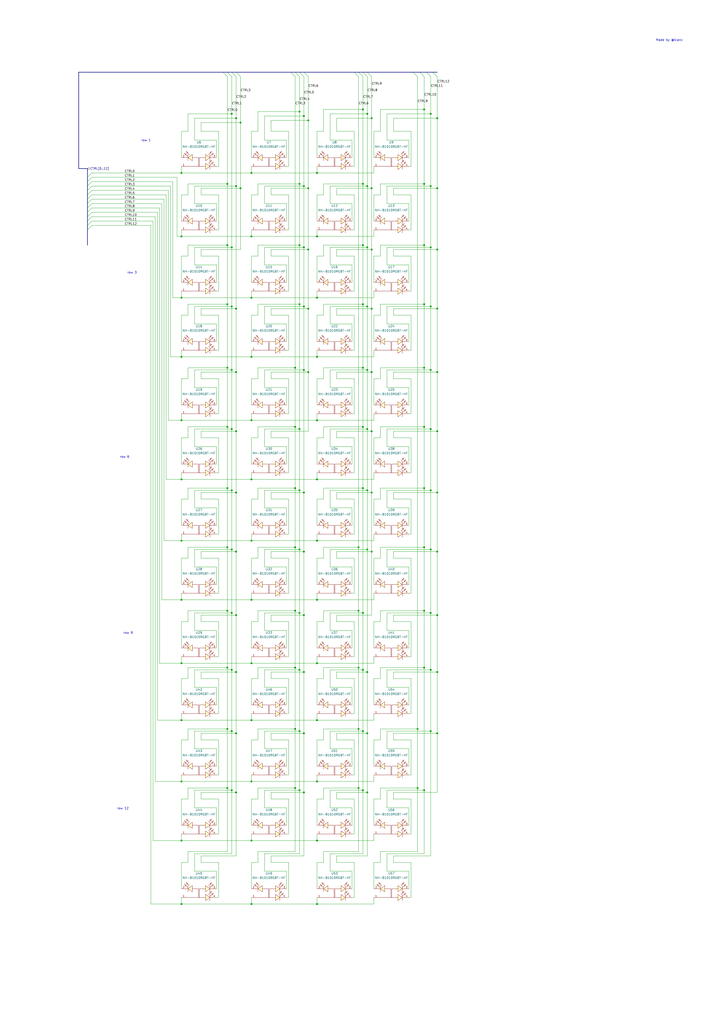
<source format=kicad_sch>
(kicad_sch (version 20231120) (generator "eeschema") (generator_version "8.0")
  (paper "A2" portrait)
  (junction (at 176.53 356.87))
  (junction (at 134.62 318.77))
  (junction (at 184.15 207.01))
  (junction (at 213.36 143.51))
  (junction (at 213.36 248.92))
  (junction (at 132.08 142.24))
  (junction (at 250.19 248.92))
  (junction (at 254 285.75))
  (junction (at 105.41 278.13))
  (junction (at 171.45 213.36))
  (junction (at 184.15 453.39))
  (junction (at 146.05 524.51))
  (junction (at 105.41 243.84))
  (junction (at 171.45 247.65))
  (junction (at 250.19 355.6))
  (junction (at 250.19 424.18))
  (junction (at 173.99 355.6))
  (junction (at 184.15 243.84))
  (junction (at 176.53 67.31))
  (junction (at 246.38 142.24))
  (junction (at 105.41 347.98))
  (junction (at 246.38 354.33))
  (junction (at 179.07 69.85))
  (junction (at 213.36 459.74))
  (junction (at 137.16 389.89))
  (junction (at 250.19 143.51))
  (junction (at 246.38 283.21))
  (junction (at 139.7 71.12))
  (junction (at 213.36 177.8))
  (junction (at 105.41 384.81))
  (junction (at 137.16 68.58))
  (junction (at 254 68.58))
  (junction (at 132.08 317.5))
  (junction (at 184.15 524.51))
  (junction (at 210.82 213.36))
  (junction (at 215.9 215.9))
  (junction (at 213.36 389.89))
  (junction (at 215.9 68.58))
  (junction (at 184.15 347.98))
  (junction (at 146.05 453.39))
  (junction (at 250.19 388.62))
  (junction (at 134.62 284.48))
  (junction (at 210.82 63.5))
  (junction (at 254 320.04))
  (junction (at 134.62 424.18))
  (junction (at 105.41 313.69))
  (junction (at 184.15 384.81))
  (junction (at 105.41 453.39))
  (junction (at 250.19 284.48))
  (junction (at 215.9 320.04))
  (junction (at 137.16 356.87))
  (junction (at 246.38 247.65))
  (junction (at 132.08 422.91))
  (junction (at 134.62 143.51))
  (junction (at 173.99 248.92))
  (junction (at 254 144.78))
  (junction (at 132.08 283.21))
  (junction (at 246.38 106.68))
  (junction (at 134.62 248.92))
  (junction (at 137.16 285.75))
  (junction (at 173.99 284.48))
  (junction (at 210.82 176.53))
  (junction (at 246.38 63.5))
  (junction (at 105.41 417.83))
  (junction (at 146.05 384.81))
  (junction (at 173.99 458.47))
  (junction (at 208.28 354.33))
  (junction (at 134.62 214.63))
  (junction (at 139.7 109.22))
  (junction (at 184.15 313.69))
  (junction (at 179.07 109.22))
  (junction (at 132.08 106.68))
  (junction (at 105.41 487.68))
  (junction (at 254 215.9))
  (junction (at 146.05 347.98))
  (junction (at 179.07 179.07))
  (junction (at 176.53 320.04))
  (junction (at 184.15 137.16))
  (junction (at 132.08 354.33))
  (junction (at 246.38 317.5))
  (junction (at 213.36 214.63))
  (junction (at 184.15 172.72))
  (junction (at 105.41 100.33))
  (junction (at 173.99 424.18))
  (junction (at 134.62 355.6))
  (junction (at 250.19 214.63))
  (junction (at 137.16 320.04))
  (junction (at 146.05 137.16))
  (junction (at 210.82 283.21))
  (junction (at 173.99 106.68))
  (junction (at 208.28 422.91))
  (junction (at 250.19 107.95))
  (junction (at 213.36 318.77))
  (junction (at 146.05 278.13))
  (junction (at 176.53 107.95))
  (junction (at 254 425.45))
  (junction (at 213.36 107.95))
  (junction (at 132.08 247.65))
  (junction (at 173.99 176.53))
  (junction (at 146.05 243.84))
  (junction (at 210.82 458.47))
  (junction (at 105.41 137.16))
  (junction (at 146.05 100.33))
  (junction (at 132.08 213.36))
  (junction (at 215.9 144.78))
  (junction (at 173.99 142.24))
  (junction (at 213.36 284.48))
  (junction (at 134.62 458.47))
  (junction (at 246.38 176.53))
  (junction (at 134.62 66.04))
  (junction (at 184.15 487.68))
  (junction (at 176.53 177.8))
  (junction (at 210.82 106.68))
  (junction (at 242.57 422.91))
  (junction (at 213.36 425.45))
  (junction (at 215.9 179.07))
  (junction (at 146.05 417.83))
  (junction (at 254 389.89))
  (junction (at 176.53 214.63))
  (junction (at 105.41 207.01))
  (junction (at 210.82 355.6))
  (junction (at 146.05 207.01))
  (junction (at 173.99 388.62))
  (junction (at 137.16 107.95))
  (junction (at 176.53 389.89))
  (junction (at 184.15 100.33))
  (junction (at 146.05 172.72))
  (junction (at 132.08 176.53))
  (junction (at 184.15 278.13))
  (junction (at 132.08 387.35))
  (junction (at 171.45 283.21))
  (junction (at 146.05 487.68))
  (junction (at 215.9 285.75))
  (junction (at 242.57 457.2))
  (junction (at 173.99 64.77))
  (junction (at 134.62 388.62))
  (junction (at 171.45 457.2))
  (junction (at 208.28 457.2))
  (junction (at 146.05 313.69))
  (junction (at 210.82 247.65))
  (junction (at 210.82 424.18))
  (junction (at 208.28 317.5))
  (junction (at 171.45 354.33))
  (junction (at 246.38 387.35))
  (junction (at 176.53 459.74))
  (junction (at 179.07 215.9))
  (junction (at 250.19 177.8))
  (junction (at 176.53 143.51))
  (junction (at 250.19 318.77))
  (junction (at 176.53 285.75))
  (junction (at 208.28 387.35))
  (junction (at 173.99 318.77))
  (junction (at 254 179.07))
  (junction (at 210.82 388.62))
  (junction (at 215.9 250.19))
  (junction (at 215.9 109.22))
  (junction (at 246.38 458.47))
  (junction (at 246.38 213.36))
  (junction (at 250.19 66.04))
  (junction (at 137.16 425.45))
  (junction (at 137.16 215.9))
  (junction (at 137.16 459.74))
  (junction (at 171.45 317.5))
  (junction (at 213.36 66.04))
  (junction (at 176.53 425.45))
  (junction (at 254 109.22))
  (junction (at 171.45 387.35))
  (junction (at 137.16 179.07))
  (junction (at 179.07 144.78))
  (junction (at 105.41 524.51))
  (junction (at 105.41 172.72))
  (junction (at 210.82 142.24))
  (junction (at 137.16 250.19))
  (junction (at 134.62 177.8))
  (junction (at 171.45 422.91))
  (junction (at 254 250.19))
  (junction (at 254 356.87))
  (junction (at 184.15 417.83))
  (junction (at 132.08 457.2))
  (bus_entry (at 50.8 130.81) (size 2.54 -2.54))
  (bus_entry (at 210.82 41.91) (size 2.54 2.54))
  (bus_entry (at 240.03 41.91) (size 2.54 2.54))
  (bus_entry (at 137.16 41.91) (size 2.54 2.54))
  (bus_entry (at 50.8 110.49) (size 2.54 -2.54))
  (bus_entry (at 134.62 41.91) (size 2.54 2.54))
  (bus_entry (at 247.65 41.91) (size 2.54 2.54))
  (bus_entry (at 251.46 41.91) (size 2.54 2.54))
  (bus_entry (at 50.8 118.11) (size 2.54 -2.54))
  (bus_entry (at 168.91 41.91) (size 2.54 2.54))
  (bus_entry (at 50.8 102.87) (size 2.54 -2.54))
  (bus_entry (at 50.8 128.27) (size 2.54 -2.54))
  (bus_entry (at 132.08 41.91) (size 2.54 2.54))
  (bus_entry (at 171.45 41.91) (size 2.54 2.54))
  (bus_entry (at 50.8 115.57) (size 2.54 -2.54))
  (bus_entry (at 173.99 41.91) (size 2.54 2.54))
  (bus_entry (at 176.53 41.91) (size 2.54 2.54))
  (bus_entry (at 129.54 41.91) (size 2.54 2.54))
  (bus_entry (at 243.84 41.91) (size 2.54 2.54))
  (bus_entry (at 208.28 41.91) (size 2.54 2.54))
  (bus_entry (at 50.8 125.73) (size 2.54 -2.54))
  (bus_entry (at 205.74 41.91) (size 2.54 2.54))
  (bus_entry (at 50.8 120.65) (size 2.54 -2.54))
  (bus_entry (at 50.8 113.03) (size 2.54 -2.54))
  (bus_entry (at 213.36 41.91) (size 2.54 2.54))
  (bus_entry (at 50.8 105.41) (size 2.54 -2.54))
  (bus_entry (at 50.8 133.35) (size 2.54 -2.54))
  (bus_entry (at 50.8 107.95) (size 2.54 -2.54))
  (bus_entry (at 50.8 123.19) (size 2.54 -2.54))
  (bus (pts (xy 50.8 123.19) (xy 50.8 125.73)))
  (wire (pts (xy 109.22 317.5) (xy 109.22 323.85)))
  (wire (pts (xy 127 463.55) (xy 116.84 463.55)))
  (wire (pts (xy 127 76.2) (xy 116.84 76.2)))
  (wire (pts (xy 125.73 304.8) (xy 125.73 294.64)))
  (wire (pts (xy 125.73 274.32) (xy 127 274.32)))
  (wire (pts (xy 53.34 115.57) (xy 95.25 115.57)))
  (wire (pts (xy 238.76 289.56) (xy 228.6 289.56)))
  (wire (pts (xy 204.47 309.88) (xy 205.74 309.88)))
  (wire (pts (xy 204.47 133.35) (xy 205.74 133.35)))
  (wire (pts (xy 217.17 76.2) (xy 220.98 76.2)))
  (wire (pts (xy 166.37 269.24) (xy 166.37 259.08)))
  (wire (pts (xy 166.37 224.79) (xy 153.67 224.79)))
  (wire (pts (xy 246.38 176.53) (xy 246.38 213.36)))
  (wire (pts (xy 237.49 163.83) (xy 237.49 153.67)))
  (wire (pts (xy 134.62 388.62) (xy 134.62 424.18)))
  (wire (pts (xy 210.82 44.45) (xy 210.82 63.5)))
  (wire (pts (xy 127 133.35) (xy 127 113.03)))
  (bus (pts (xy 176.53 41.91) (xy 205.74 41.91)))
  (wire (pts (xy 146.05 113.03) (xy 149.86 113.03)))
  (wire (pts (xy 134.62 458.47) (xy 134.62 495.3)))
  (wire (pts (xy 237.49 168.91) (xy 238.76 168.91)))
  (wire (pts (xy 153.67 458.47) (xy 173.99 458.47)))
  (wire (pts (xy 166.37 375.92) (xy 166.37 365.76)))
  (wire (pts (xy 187.96 142.24) (xy 210.82 142.24)))
  (wire (pts (xy 254 44.45) (xy 254 68.58)))
  (wire (pts (xy 224.79 248.92) (xy 224.79 259.08)))
  (bus (pts (xy 132.08 41.91) (xy 134.62 41.91)))
  (wire (pts (xy 166.37 133.35) (xy 167.64 133.35)))
  (wire (pts (xy 157.48 389.89) (xy 157.48 393.7)))
  (wire (pts (xy 224.79 495.3) (xy 246.38 495.3)))
  (wire (pts (xy 191.77 318.77) (xy 213.36 318.77)))
  (wire (pts (xy 204.47 515.62) (xy 204.47 505.46)))
  (wire (pts (xy 113.03 458.47) (xy 134.62 458.47)))
  (wire (pts (xy 105.41 483.87) (xy 105.41 487.68)))
  (wire (pts (xy 220.98 422.91) (xy 220.98 429.26)))
  (wire (pts (xy 146.05 100.33) (xy 184.15 100.33)))
  (wire (pts (xy 157.48 356.87) (xy 157.48 360.68)))
  (wire (pts (xy 99.06 207.01) (xy 105.41 207.01)))
  (wire (pts (xy 171.45 44.45) (xy 171.45 213.36)))
  (wire (pts (xy 125.73 203.2) (xy 127 203.2)))
  (wire (pts (xy 146.05 453.39) (xy 184.15 453.39)))
  (wire (pts (xy 146.05 500.38) (xy 146.05 515.62)))
  (wire (pts (xy 166.37 505.46) (xy 153.67 505.46)))
  (wire (pts (xy 116.84 425.45) (xy 137.16 425.45)))
  (wire (pts (xy 187.96 457.2) (xy 208.28 457.2)))
  (wire (pts (xy 166.37 339.09) (xy 166.37 328.93)))
  (wire (pts (xy 246.38 44.45) (xy 246.38 63.5)))
  (wire (pts (xy 173.99 64.77) (xy 173.99 106.68)))
  (wire (pts (xy 254 144.78) (xy 254 179.07)))
  (wire (pts (xy 166.37 234.95) (xy 166.37 224.79)))
  (wire (pts (xy 173.99 355.6) (xy 173.99 388.62)))
  (wire (pts (xy 217.17 113.03) (xy 217.17 128.27)))
  (wire (pts (xy 210.82 355.6) (xy 210.82 388.62)))
  (wire (pts (xy 204.47 398.78) (xy 191.77 398.78)))
  (wire (pts (xy 167.64 520.7) (xy 167.64 500.38)))
  (wire (pts (xy 220.98 387.35) (xy 246.38 387.35)))
  (wire (pts (xy 195.58 356.87) (xy 195.58 360.68)))
  (wire (pts (xy 105.41 429.26) (xy 105.41 444.5)))
  (wire (pts (xy 176.53 496.57) (xy 157.48 496.57)))
  (wire (pts (xy 127 520.7) (xy 127 500.38)))
  (wire (pts (xy 149.86 354.33) (xy 171.45 354.33)))
  (wire (pts (xy 210.82 388.62) (xy 210.82 424.18)))
  (wire (pts (xy 237.49 444.5) (xy 237.49 434.34)))
  (wire (pts (xy 184.15 360.68) (xy 184.15 375.92)))
  (wire (pts (xy 238.76 309.88) (xy 238.76 289.56)))
  (wire (pts (xy 195.58 109.22) (xy 195.58 113.03)))
  (wire (pts (xy 127 360.68) (xy 116.84 360.68)))
  (wire (pts (xy 53.34 100.33) (xy 105.41 100.33)))
  (wire (pts (xy 167.64 360.68) (xy 157.48 360.68)))
  (wire (pts (xy 213.36 177.8) (xy 213.36 214.63)))
  (wire (pts (xy 220.98 354.33) (xy 246.38 354.33)))
  (wire (pts (xy 220.98 176.53) (xy 246.38 176.53)))
  (wire (pts (xy 105.41 203.2) (xy 105.41 207.01)))
  (wire (pts (xy 228.6 320.04) (xy 228.6 323.85)))
  (wire (pts (xy 224.79 458.47) (xy 246.38 458.47)))
  (wire (pts (xy 125.73 414.02) (xy 127 414.02)))
  (wire (pts (xy 125.73 478.79) (xy 125.73 468.63)))
  (wire (pts (xy 166.37 398.78) (xy 153.67 398.78)))
  (wire (pts (xy 204.47 468.63) (xy 191.77 468.63)))
  (wire (pts (xy 228.6 215.9) (xy 228.6 219.71)))
  (wire (pts (xy 116.84 459.74) (xy 116.84 463.55)))
  (wire (pts (xy 254 320.04) (xy 254 356.87)))
  (wire (pts (xy 149.86 247.65) (xy 171.45 247.65)))
  (wire (pts (xy 157.48 285.75) (xy 176.53 285.75)))
  (wire (pts (xy 113.03 388.62) (xy 113.03 398.78)))
  (wire (pts (xy 204.47 259.08) (xy 191.77 259.08)))
  (bus (pts (xy 208.28 41.91) (xy 210.82 41.91)))
  (wire (pts (xy 237.49 515.62) (xy 237.49 505.46)))
  (wire (pts (xy 146.05 309.88) (xy 146.05 313.69)))
  (wire (pts (xy 153.67 107.95) (xy 153.67 118.11)))
  (wire (pts (xy 88.9 487.68) (xy 105.41 487.68)))
  (wire (pts (xy 195.58 389.89) (xy 213.36 389.89)))
  (wire (pts (xy 153.67 177.8) (xy 153.67 187.96)))
  (wire (pts (xy 157.48 215.9) (xy 157.48 219.71)))
  (wire (pts (xy 113.03 214.63) (xy 134.62 214.63)))
  (wire (pts (xy 166.37 444.5) (xy 166.37 434.34)))
  (bus (pts (xy 50.8 118.11) (xy 50.8 120.65)))
  (wire (pts (xy 205.74 76.2) (xy 195.58 76.2)))
  (wire (pts (xy 220.98 494.03) (xy 220.98 500.38)))
  (wire (pts (xy 254 109.22) (xy 254 144.78)))
  (wire (pts (xy 146.05 463.55) (xy 149.86 463.55)))
  (wire (pts (xy 113.03 177.8) (xy 134.62 177.8)))
  (wire (pts (xy 127 381) (xy 127 360.68)))
  (wire (pts (xy 134.62 248.92) (xy 134.62 284.48)))
  (wire (pts (xy 254 250.19) (xy 254 285.75)))
  (wire (pts (xy 246.38 142.24) (xy 246.38 176.53)))
  (wire (pts (xy 191.77 388.62) (xy 191.77 398.78)))
  (wire (pts (xy 167.64 254) (xy 157.48 254)))
  (wire (pts (xy 113.03 495.3) (xy 113.03 505.46)))
  (wire (pts (xy 215.9 320.04) (xy 215.9 356.87)))
  (wire (pts (xy 191.77 66.04) (xy 213.36 66.04)))
  (wire (pts (xy 149.86 387.35) (xy 171.45 387.35)))
  (wire (pts (xy 149.86 317.5) (xy 149.86 323.85)))
  (wire (pts (xy 157.48 320.04) (xy 176.53 320.04)))
  (wire (pts (xy 237.49 398.78) (xy 224.79 398.78)))
  (wire (pts (xy 228.6 356.87) (xy 254 356.87)))
  (wire (pts (xy 105.41 429.26) (xy 109.22 429.26)))
  (wire (pts (xy 204.47 96.52) (xy 205.74 96.52)))
  (wire (pts (xy 184.15 384.81) (xy 217.17 384.81)))
  (wire (pts (xy 105.41 449.58) (xy 105.41 453.39)))
  (wire (pts (xy 205.74 289.56) (xy 195.58 289.56)))
  (wire (pts (xy 191.77 107.95) (xy 213.36 107.95)))
  (wire (pts (xy 195.58 250.19) (xy 195.58 254)))
  (wire (pts (xy 153.67 177.8) (xy 176.53 177.8)))
  (wire (pts (xy 53.34 113.03) (xy 96.52 113.03)))
  (wire (pts (xy 210.82 283.21) (xy 210.82 355.6)))
  (wire (pts (xy 157.48 144.78) (xy 179.07 144.78)))
  (wire (pts (xy 166.37 203.2) (xy 167.64 203.2)))
  (wire (pts (xy 173.99 388.62) (xy 173.99 424.18)))
  (wire (pts (xy 105.41 243.84) (xy 146.05 243.84)))
  (wire (pts (xy 238.76 393.7) (xy 228.6 393.7)))
  (wire (pts (xy 204.47 274.32) (xy 205.74 274.32)))
  (wire (pts (xy 125.73 444.5) (xy 125.73 434.34)))
  (wire (pts (xy 127 168.91) (xy 127 148.59)))
  (wire (pts (xy 125.73 259.08) (xy 113.03 259.08)))
  (wire (pts (xy 105.41 289.56) (xy 109.22 289.56)))
  (wire (pts (xy 134.62 143.51) (xy 134.62 177.8)))
  (wire (pts (xy 217.17 182.88) (xy 220.98 182.88)))
  (wire (pts (xy 184.15 323.85) (xy 184.15 339.09)))
  (wire (pts (xy 224.79 284.48) (xy 250.19 284.48)))
  (wire (pts (xy 191.77 66.04) (xy 191.77 81.28)))
  (wire (pts (xy 217.17 429.26) (xy 217.17 444.5)))
  (wire (pts (xy 139.7 44.45) (xy 139.7 71.12)))
  (wire (pts (xy 105.41 453.39) (xy 146.05 453.39)))
  (wire (pts (xy 237.49 81.28) (xy 224.79 81.28)))
  (wire (pts (xy 171.45 247.65) (xy 171.45 283.21)))
  (wire (pts (xy 254 68.58) (xy 254 109.22)))
  (wire (pts (xy 166.37 163.83) (xy 166.37 153.67)))
  (wire (pts (xy 217.17 168.91) (xy 217.17 172.72)))
  (wire (pts (xy 237.49 153.67) (xy 224.79 153.67)))
  (wire (pts (xy 116.84 320.04) (xy 116.84 323.85)))
  (wire (pts (xy 167.64 148.59) (xy 157.48 148.59)))
  (wire (pts (xy 191.77 177.8) (xy 191.77 187.96)))
  (bus (pts (xy 50.8 105.41) (xy 50.8 107.95)))
  (wire (pts (xy 195.58 68.58) (xy 215.9 68.58)))
  (wire (pts (xy 184.15 148.59) (xy 184.15 163.83)))
  (wire (pts (xy 153.67 355.6) (xy 153.67 365.76)))
  (wire (pts (xy 184.15 417.83) (xy 217.17 417.83)))
  (wire (pts (xy 166.37 81.28) (xy 153.67 81.28)))
  (wire (pts (xy 238.76 344.17) (xy 238.76 323.85)))
  (wire (pts (xy 113.03 214.63) (xy 113.03 224.79)))
  (wire (pts (xy 224.79 388.62) (xy 250.19 388.62)))
  (wire (pts (xy 205.74 520.7) (xy 205.74 500.38)))
  (wire (pts (xy 205.74 500.38) (xy 195.58 500.38)))
  (wire (pts (xy 191.77 214.63) (xy 213.36 214.63)))
  (wire (pts (xy 195.58 425.45) (xy 213.36 425.45)))
  (wire (pts (xy 238.76 274.32) (xy 238.76 254)))
  (wire (pts (xy 224.79 318.77) (xy 250.19 318.77)))
  (wire (pts (xy 217.17 393.7) (xy 220.98 393.7)))
  (wire (pts (xy 204.47 365.76) (xy 191.77 365.76)))
  (wire (pts (xy 176.53 320.04) (xy 176.53 356.87)))
  (wire (pts (xy 149.86 64.77) (xy 173.99 64.77)))
  (wire (pts (xy 53.34 107.95) (xy 99.06 107.95)))
  (wire (pts (xy 195.58 285.75) (xy 195.58 289.56)))
  (wire (pts (xy 109.22 387.35) (xy 132.08 387.35)))
  (wire (pts (xy 204.47 81.28) (xy 191.77 81.28)))
  (wire (pts (xy 125.73 91.44) (xy 125.73 81.28)))
  (wire (pts (xy 220.98 213.36) (xy 246.38 213.36)))
  (wire (pts (xy 171.45 457.2) (xy 171.45 494.03)))
  (wire (pts (xy 91.44 123.19) (xy 91.44 417.83)))
  (wire (pts (xy 113.03 355.6) (xy 134.62 355.6)))
  (bus (pts (xy 50.8 133.35) (xy 50.8 142.24)))
  (wire (pts (xy 146.05 113.03) (xy 146.05 128.27)))
  (bus (pts (xy 50.8 113.03) (xy 50.8 115.57)))
  (wire (pts (xy 195.58 250.19) (xy 215.9 250.19)))
  (wire (pts (xy 184.15 254) (xy 184.15 269.24)))
  (wire (pts (xy 116.84 496.57) (xy 116.84 500.38)))
  (wire (pts (xy 217.17 463.55) (xy 217.17 478.79)))
  (wire (pts (xy 217.17 148.59) (xy 220.98 148.59)))
  (wire (pts (xy 237.49 294.64) (xy 224.79 294.64)))
  (wire (pts (xy 166.37 240.03) (xy 167.64 240.03)))
  (wire (pts (xy 166.37 478.79) (xy 166.37 468.63)))
  (wire (pts (xy 237.49 309.88) (xy 238.76 309.88)))
  (wire (pts (xy 127 414.02) (xy 127 393.7)))
  (bus (pts (xy 50.8 102.87) (xy 50.8 105.41)))
  (wire (pts (xy 125.73 483.87) (xy 127 483.87)))
  (wire (pts (xy 176.53 425.45) (xy 176.53 459.74)))
  (wire (pts (xy 220.98 247.65) (xy 220.98 254)))
  (wire (pts (xy 166.37 414.02) (xy 167.64 414.02)))
  (wire (pts (xy 205.74 113.03) (xy 195.58 113.03)))
  (wire (pts (xy 228.6 109.22) (xy 254 109.22)))
  (wire (pts (xy 113.03 424.18) (xy 113.03 434.34)))
  (wire (pts (xy 208.28 317.5) (xy 208.28 354.33)))
  (wire (pts (xy 146.05 360.68) (xy 149.86 360.68)))
  (wire (pts (xy 187.96 283.21) (xy 187.96 289.56)))
  (wire (pts (xy 127 289.56) (xy 116.84 289.56)))
  (wire (pts (xy 102.87 102.87) (xy 102.87 137.16)))
  (wire (pts (xy 146.05 148.59) (xy 146.05 163.83)))
  (wire (pts (xy 132.08 354.33) (xy 132.08 387.35)))
  (wire (pts (xy 237.49 118.11) (xy 224.79 118.11)))
  (wire (pts (xy 149.86 213.36) (xy 149.86 219.71)))
  (wire (pts (xy 171.45 283.21) (xy 171.45 317.5)))
  (wire (pts (xy 105.41 219.71) (xy 105.41 234.95)))
  (wire (pts (xy 217.17 360.68) (xy 217.17 375.92)))
  (wire (pts (xy 167.64 483.87) (xy 167.64 463.55)))
  (wire (pts (xy 250.19 388.62) (xy 250.19 424.18)))
  (wire (pts (xy 217.17 483.87) (xy 217.17 487.68)))
  (wire (pts (xy 237.49 344.17) (xy 238.76 344.17)))
  (wire (pts (xy 157.48 389.89) (xy 176.53 389.89)))
  (wire (pts (xy 173.99 458.47) (xy 173.99 495.3)))
  (wire (pts (xy 205.74 309.88) (xy 205.74 289.56)))
  (wire (pts (xy 105.41 393.7) (xy 109.22 393.7)))
  (wire (pts (xy 184.15 313.69) (xy 217.17 313.69)))
  (wire (pts (xy 217.17 91.44) (xy 217.17 76.2)))
  (wire (pts (xy 132.08 317.5) (xy 132.08 354.33)))
  (wire (pts (xy 113.03 495.3) (xy 134.62 495.3)))
  (wire (pts (xy 157.48 459.74) (xy 157.48 463.55)))
  (wire (pts (xy 254 389.89) (xy 254 425.45)))
  (wire (pts (xy 224.79 318.77) (xy 224.79 328.93)))
  (wire (pts (xy 125.73 163.83) (xy 125.73 153.67)))
  (wire (pts (xy 125.73 434.34) (xy 113.03 434.34)))
  (wire (pts (xy 250.19 318.77) (xy 250.19 355.6)))
  (wire (pts (xy 125.73 328.93) (xy 113.03 328.93)))
  (wire (pts (xy 184.15 76.2) (xy 187.96 76.2)))
  (wire (pts (xy 246.38 317.5) (xy 246.38 354.33)))
  (wire (pts (xy 237.49 365.76) (xy 224.79 365.76)))
  (wire (pts (xy 171.45 354.33) (xy 171.45 387.35)))
  (wire (pts (xy 153.67 67.31) (xy 153.67 81.28)))
  (wire (pts (xy 213.36 214.63) (xy 213.36 248.92)))
  (wire (pts (xy 205.74 254) (xy 195.58 254)))
  (wire (pts (xy 157.48 109.22) (xy 179.07 109.22)))
  (wire (pts (xy 167.64 449.58) (xy 167.64 429.26)))
  (wire (pts (xy 195.58 215.9) (xy 195.58 219.71)))
  (wire (pts (xy 184.15 453.39) (xy 217.17 453.39)))
  (wire (pts (xy 217.17 113.03) (xy 220.98 113.03)))
  (wire (pts (xy 176.53 143.51) (xy 176.53 177.8)))
  (wire (pts (xy 237.49 91.44) (xy 237.49 81.28)))
  (wire (pts (xy 125.73 344.17) (xy 127 344.17)))
  (wire (pts (xy 113.03 107.95) (xy 137.16 107.95)))
  (wire (pts (xy 125.73 365.76) (xy 113.03 365.76)))
  (wire (pts (xy 137.16 389.89) (xy 137.16 425.45)))
  (wire (pts (xy 125.73 240.03) (xy 127 240.03)))
  (wire (pts (xy 149.86 247.65) (xy 149.86 254)))
  (wire (pts (xy 224.79 107.95) (xy 224.79 118.11)))
  (wire (pts (xy 237.49 198.12) (xy 237.49 187.96)))
  (wire (pts (xy 228.6 144.78) (xy 254 144.78)))
  (wire (pts (xy 224.79 284.48) (xy 224.79 294.64)))
  (wire (pts (xy 187.96 106.68) (xy 210.82 106.68)))
  (wire (pts (xy 171.45 387.35) (xy 171.45 422.91)))
  (wire (pts (xy 146.05 254) (xy 149.86 254)))
  (wire (pts (xy 153.67 67.31) (xy 176.53 67.31)))
  (wire (pts (xy 184.15 100.33) (xy 217.17 100.33)))
  (wire (pts (xy 167.64 203.2) (xy 167.64 182.88)))
  (bus (pts (xy 240.03 41.91) (xy 243.84 41.91)))
  (bus (pts (xy 50.8 115.57) (xy 50.8 118.11)))
  (wire (pts (xy 179.07 179.07) (xy 179.07 215.9)))
  (wire (pts (xy 146.05 289.56) (xy 149.86 289.56)))
  (wire (pts (xy 149.86 422.91) (xy 149.86 429.26)))
  (wire (pts (xy 208.28 422.91) (xy 208.28 457.2)))
  (wire (pts (xy 204.47 304.8) (xy 204.47 294.64)))
  (wire (pts (xy 134.62 44.45) (xy 134.62 66.04)))
  (wire (pts (xy 173.99 495.3) (xy 153.67 495.3)))
  (wire (pts (xy 149.86 317.5) (xy 171.45 317.5)))
  (wire (pts (xy 184.15 113.03) (xy 184.15 128.27)))
  (wire (pts (xy 191.77 424.18) (xy 210.82 424.18)))
  (wire (pts (xy 237.49 408.94) (xy 237.49 398.78)))
  (wire (pts (xy 205.74 274.32) (xy 205.74 254)))
  (wire (pts (xy 184.15 168.91) (xy 184.15 172.72)))
  (wire (pts (xy 224.79 424.18) (xy 224.79 434.34)))
  (wire (pts (xy 132.08 283.21) (xy 132.08 317.5)))
  (wire (pts (xy 176.53 459.74) (xy 176.53 496.57)))
  (wire (pts (xy 224.79 388.62) (xy 224.79 398.78)))
  (wire (pts (xy 166.37 520.7) (xy 167.64 520.7)))
  (wire (pts (xy 205.74 219.71) (xy 195.58 219.71)))
  (wire (pts (xy 205.74 449.58) (xy 205.74 429.26)))
  (wire (pts (xy 238.76 203.2) (xy 238.76 182.88)))
  (wire (pts (xy 195.58 459.74) (xy 213.36 459.74)))
  (wire (pts (xy 166.37 365.76) (xy 153.67 365.76)))
  (wire (pts (xy 220.98 317.5) (xy 220.98 323.85)))
  (wire (pts (xy 187.96 317.5) (xy 208.28 317.5)))
  (wire (pts (xy 125.73 118.11) (xy 113.03 118.11)))
  (wire (pts (xy 254 356.87) (xy 254 389.89)))
  (wire (pts (xy 105.41 344.17) (xy 105.41 347.98)))
  (wire (pts (xy 171.45 317.5) (xy 171.45 354.33)))
  (wire (pts (xy 205.74 182.88) (xy 195.58 182.88)))
  (wire (pts (xy 127 449.58) (xy 127 429.26)))
  (wire (pts (xy 220.98 142.24) (xy 246.38 142.24)))
  (wire (pts (xy 176.53 285.75) (xy 176.53 320.04)))
  (wire (pts (xy 153.67 248.92) (xy 153.67 259.08)))
  (wire (pts (xy 184.15 393.7) (xy 184.15 408.94)))
  (wire (pts (xy 53.34 123.19) (xy 91.44 123.19)))
  (wire (pts (xy 116.84 320.04) (xy 137.16 320.04)))
  (wire (pts (xy 116.84 215.9) (xy 116.84 219.71)))
  (wire (pts (xy 87.63 524.51) (xy 105.41 524.51)))
  (wire (pts (xy 109.22 457.2) (xy 109.22 463.55)))
  (wire (pts (xy 238.76 240.03) (xy 238.76 219.71)))
  (wire (pts (xy 205.74 96.52) (xy 205.74 76.2)))
  (bus (pts (xy 50.8 130.81) (xy 50.8 133.35)))
  (wire (pts (xy 217.17 219.71) (xy 220.98 219.71)))
  (wire (pts (xy 217.17 289.56) (xy 220.98 289.56)))
  (wire (pts (xy 92.71 120.65) (xy 92.71 384.81)))
  (wire (pts (xy 125.73 520.7) (xy 127 520.7)))
  (wire (pts (xy 191.77 248.92) (xy 191.77 259.08)))
  (wire (pts (xy 149.86 106.68) (xy 149.86 113.03)))
  (wire (pts (xy 166.37 434.34) (xy 153.67 434.34)))
  (wire (pts (xy 205.74 483.87) (xy 205.74 463.55)))
  (wire (pts (xy 215.9 215.9) (xy 215.9 250.19)))
  (wire (pts (xy 187.96 176.53) (xy 210.82 176.53)))
  (wire (pts (xy 237.49 96.52) (xy 238.76 96.52)))
  (bus (pts (xy 205.74 41.91) (xy 208.28 41.91)))
  (wire (pts (xy 146.05 463.55) (xy 146.05 478.79)))
  (wire (pts (xy 109.22 176.53) (xy 132.08 176.53)))
  (wire (pts (xy 109.22 457.2) (xy 132.08 457.2)))
  (wire (pts (xy 132.08 213.36) (xy 132.08 247.65)))
  (wire (pts (xy 116.84 215.9) (xy 137.16 215.9)))
  (wire (pts (xy 237.49 203.2) (xy 238.76 203.2)))
  (wire (pts (xy 184.15 381) (xy 184.15 384.81)))
  (wire (pts (xy 191.77 177.8) (xy 213.36 177.8)))
  (wire (pts (xy 184.15 414.02) (xy 184.15 417.83)))
  (wire (pts (xy 113.03 458.47) (xy 113.03 468.63)))
  (wire (pts (xy 246.38 247.65) (xy 246.38 283.21)))
  (wire (pts (xy 105.41 520.7) (xy 105.41 524.51)))
  (wire (pts (xy 187.96 422.91) (xy 187.96 429.26)))
  (wire (pts (xy 167.64 381) (xy 167.64 360.68)))
  (wire (pts (xy 217.17 323.85) (xy 220.98 323.85)))
  (wire (pts (xy 184.15 463.55) (xy 187.96 463.55)))
  (wire (pts (xy 237.49 468.63) (xy 224.79 468.63)))
  (wire (pts (xy 238.76 520.7) (xy 238.76 500.38)))
  (wire (pts (xy 105.41 254) (xy 105.41 269.24)))
  (wire (pts (xy 132.08 387.35) (xy 132.08 422.91)))
  (wire (pts (xy 96.52 278.13) (xy 105.41 278.13)))
  (wire (pts (xy 153.67 143.51) (xy 153.67 153.67)))
  (wire (pts (xy 127 96.52) (xy 127 76.2)))
  (wire (pts (xy 116.84 425.45) (xy 116.84 429.26)))
  (wire (pts (xy 105.41 487.68) (xy 146.05 487.68)))
  (wire (pts (xy 237.49 375.92) (xy 237.49 365.76)))
  (wire (pts (xy 105.41 347.98) (xy 146.05 347.98)))
  (wire (pts (xy 184.15 137.16) (xy 217.17 137.16)))
  (wire (pts (xy 127 483.87) (xy 127 463.55)))
  (wire (pts (xy 146.05 76.2) (xy 149.86 76.2)))
  (wire (pts (xy 195.58 179.07) (xy 195.58 182.88)))
  (bus (pts (xy 173.99 41.91) (xy 176.53 41.91)))
  (wire (pts (xy 105.41 289.56) (xy 105.41 304.8)))
  (wire (pts (xy 109.22 283.21) (xy 132.08 283.21)))
  (wire (pts (xy 88.9 128.27) (xy 88.9 487.68)))
  (wire (pts (xy 213.36 284.48) (xy 213.36 318.77)))
  (wire (pts (xy 238.76 449.58) (xy 238.76 429.26)))
  (wire (pts (xy 113.03 68.58) (xy 137.16 68.58)))
  (wire (pts (xy 109.22 66.04) (xy 134.62 66.04)))
  (wire (pts (xy 149.86 387.35) (xy 149.86 393.7)))
  (wire (pts (xy 149.86 106.68) (xy 173.99 106.68)))
  (wire (pts (xy 228.6 425.45) (xy 228.6 429.26)))
  (wire (pts (xy 132.08 247.65) (xy 132.08 283.21)))
  (wire (pts (xy 184.15 172.72) (xy 217.17 172.72)))
  (wire (pts (xy 109.22 354.33) (xy 132.08 354.33)))
  (wire (pts (xy 109.22 422.91) (xy 109.22 429.26)))
  (wire (pts (xy 146.05 429.26) (xy 149.86 429.26)))
  (wire (pts (xy 157.48 320.04) (xy 157.48 323.85)))
  (wire (pts (xy 237.49 224.79) (xy 224.79 224.79)))
  (wire (pts (xy 146.05 323.85) (xy 146.05 339.09)))
  (wire (pts (xy 215.9 250.19) (xy 215.9 285.75)))
  (wire (pts (xy 213.36 248.92) (xy 213.36 284.48)))
  (wire (pts (xy 191.77 143.51) (xy 191.77 153.67)))
  (wire (pts (xy 113.03 248.92) (xy 113.03 259.08)))
  (wire (pts (xy 204.47 128.27) (xy 204.47 118.11)))
  (wire (pts (xy 91.44 417.83) (xy 105.41 417.83)))
  (wire (pts (xy 228.6 496.57) (xy 250.19 496.57)))
  (wire (pts (xy 228.6 425.45) (xy 254 425.45)))
  (bus (pts (xy 247.65 41.91) (xy 251.46 41.91)))
  (wire (pts (xy 195.58 356.87) (xy 215.9 356.87)))
  (wire (pts (xy 113.03 68.58) (xy 113.03 81.28)))
  (wire (pts (xy 125.73 269.24) (xy 125.73 259.08)))
  (bus (pts (xy 50.8 97.79) (xy 50.8 102.87)))
  (wire (pts (xy 105.41 274.32) (xy 105.41 278.13)))
  (wire (pts (xy 224.79 66.04) (xy 250.19 66.04)))
  (wire (pts (xy 125.73 128.27) (xy 125.73 118.11)))
  (wire (pts (xy 105.41 148.59) (xy 105.41 163.83)))
  (wire (pts (xy 167.64 414.02) (xy 167.64 393.7)))
  (wire (pts (xy 191.77 495.3) (xy 191.77 505.46)))
  (wire (pts (xy 157.48 425.45) (xy 176.53 425.45)))
  (wire (pts (xy 146.05 323.85) (xy 149.86 323.85)))
  (wire (pts (xy 153.67 424.18) (xy 153.67 434.34)))
  (wire (pts (xy 146.05 240.03) (xy 146.05 243.84)))
  (wire (pts (xy 205.74 429.26) (xy 195.58 429.26)))
  (wire (pts (xy 109.22 494.03) (xy 132.08 494.03)))
  (wire (pts (xy 215.9 109.22) (xy 215.9 144.78)))
  (wire (pts (xy 53.34 105.41) (xy 100.33 105.41)))
  (wire (pts (xy 250.19 107.95) (xy 250.19 143.51)))
  (wire (pts (xy 127 203.2) (xy 127 182.88)))
  (wire (pts (xy 157.48 69.85) (xy 179.07 69.85)))
  (wire (pts (xy 153.67 388.62) (xy 153.67 398.78)))
  (wire (pts (xy 204.47 163.83) (xy 204.47 153.67)))
  (wire (pts (xy 149.86 422.91) (xy 171.45 422.91)))
  (wire (pts (xy 238.76 360.68) (xy 228.6 360.68)))
  (wire (pts (xy 224.79 177.8) (xy 250.19 177.8)))
  (wire (pts (xy 184.15 487.68) (xy 217.17 487.68)))
  (wire (pts (xy 210.82 495.3) (xy 191.77 495.3)))
  (wire (pts (xy 210.82 142.24) (xy 210.82 176.53)))
  (wire (pts (xy 127 254) (xy 116.84 254)))
  (wire (pts (xy 113.03 318.77) (xy 134.62 318.77)))
  (wire (pts (xy 113.03 143.51) (xy 134.62 143.51)))
  (wire (pts (xy 100.33 172.72) (xy 105.41 172.72)))
  (wire (pts (xy 53.34 125.73) (xy 90.17 125.73)))
  (wire (pts (xy 184.15 309.88) (xy 184.15 313.69)))
  (wire (pts (xy 116.84 496.57) (xy 137.16 496.57)))
  (wire (pts (xy 205.74 463.55) (xy 195.58 463.55)))
  (bus (pts (xy 137.16 41.91) (xy 168.91 41.91)))
  (wire (pts (xy 187.96 247.65) (xy 187.96 254)))
  (wire (pts (xy 204.47 198.12) (xy 204.47 187.96)))
  (wire (pts (xy 153.67 318.77) (xy 173.99 318.77)))
  (wire (pts (xy 137.16 179.07) (xy 137.16 215.9)))
  (wire (pts (xy 220.98 457.2) (xy 242.57 457.2)))
  (wire (pts (xy 208.28 457.2) (xy 208.28 494.03)))
  (wire (pts (xy 210.82 424.18) (xy 210.82 458.47)))
  (wire (pts (xy 184.15 203.2) (xy 184.15 207.01)))
  (wire (pts (xy 224.79 177.8) (xy 224.79 187.96)))
  (wire (pts (xy 184.15 429.26) (xy 187.96 429.26)))
  (wire (pts (xy 246.38 63.5) (xy 246.38 106.68)))
  (wire (pts (xy 113.03 248.92) (xy 134.62 248.92)))
  (wire (pts (xy 113.03 355.6) (xy 113.03 365.76)))
  (wire (pts (xy 213.36 425.45) (xy 213.36 459.74)))
  (bus (pts (xy 50.8 128.27) (xy 50.8 130.81)))
  (wire (pts (xy 228.6 389.89) (xy 254 389.89)))
  (wire (pts (xy 105.41 100.33) (xy 146.05 100.33)))
  (wire (pts (xy 204.47 234.95) (xy 204.47 224.79)))
  (wire (pts (xy 109.22 354.33) (xy 109.22 360.68)))
  (wire (pts (xy 167.64 289.56) (xy 157.48 289.56)))
  (wire (pts (xy 105.41 91.44) (xy 105.41 76.2)))
  (wire (pts (xy 134.62 214.63) (xy 134.62 248.92)))
  (wire (pts (xy 242.57 44.45) (xy 242.57 422.91)))
  (wire (pts (xy 205.74 240.03) (xy 205.74 219.71)))
  (wire (pts (xy 187.96 457.2) (xy 187.96 463.55)))
  (wire (pts (xy 187.96 176.53) (xy 187.96 182.88)))
  (wire (pts (xy 217.17 449.58) (xy 217.17 453.39)))
  (wire (pts (xy 116.84 285.75) (xy 137.16 285.75)))
  (wire (pts (xy 224.79 495.3) (xy 224.79 505.46)))
  (wire (pts (xy 213.36 459.74) (xy 213.36 496.57)))
  (wire (pts (xy 187.96 354.33) (xy 208.28 354.33)))
  (wire (pts (xy 220.98 422.91) (xy 242.57 422.91)))
  (wire (pts (xy 217.17 254) (xy 217.17 269.24)))
  (wire (pts (xy 134.62 355.6) (xy 134.62 388.62)))
  (wire (pts (xy 125.73 408.94) (xy 125.73 398.78)))
  (wire (pts (xy 220.98 354.33) (xy 220.98 360.68)))
  (wire (pts (xy 146.05 148.59) (xy 149.86 148.59)))
  (wire (pts (xy 237.49 478.79) (xy 237.49 468.63)))
  (wire (pts (xy 187.96 213.36) (xy 210.82 213.36)))
  (wire (pts (xy 215.9 68.58) (xy 215.9 109.22)))
  (wire (pts (xy 187.96 354.33) (xy 187.96 360.68)))
  (wire (pts (xy 105.41 113.03) (xy 105.41 128.27)))
  (wire (pts (xy 204.47 483.87) (xy 205.74 483.87)))
  (wire (pts (xy 176.53 67.31) (xy 176.53 107.95)))
  (wire (pts (xy 238.76 254) (xy 228.6 254)))
  (wire (pts (xy 195.58 320.04) (xy 215.9 320.04)))
  (wire (pts (xy 187.96 387.35) (xy 187.96 393.7)))
  (wire (pts (xy 105.41 278.13) (xy 146.05 278.13)))
  (wire (pts (xy 217.17 429.26) (xy 220.98 429.26)))
  (wire (pts (xy 146.05 487.68) (xy 184.15 487.68)))
  (wire (pts (xy 237.49 449.58) (xy 238.76 449.58)))
  (wire (pts (xy 228.6 459.74) (xy 254 459.74)))
  (bus (pts (xy 45.72 41.91) (xy 45.72 97.79)))
  (wire (pts (xy 157.48 285.75) (xy 157.48 289.56)))
  (wire (pts (xy 109.22 66.04) (xy 109.22 76.2)))
  (wire (pts (xy 224.79 214.63) (xy 224.79 224.79)))
  (wire (pts (xy 184.15 289.56) (xy 187.96 289.56)))
  (wire (pts (xy 250.19 355.6) (xy 250.19 388.62)))
  (wire (pts (xy 167.64 429.26) (xy 157.48 429.26)))
  (wire (pts (xy 139.7 109.22) (xy 139.7 144.78)))
  (wire (pts (xy 105.41 133.35) (xy 105.41 137.16)))
  (wire (pts (xy 132.08 44.45) (xy 132.08 106.68)))
  (wire (pts (xy 205.74 344.17) (xy 205.74 323.85)))
  (wire (pts (xy 254 215.9) (xy 254 250.19)))
  (wire (pts (xy 153.67 318.77) (xy 153.67 328.93)))
  (wire (pts (xy 238.76 76.2) (xy 228.6 76.2)))
  (wire (pts (xy 53.34 102.87) (xy 102.87 102.87)))
  (wire (pts (xy 220.98 142.24) (xy 220.98 148.59)))
  (wire (pts (xy 105.41 168.91) (xy 105.41 172.72)))
  (wire (pts (xy 166.37 168.91) (xy 167.64 168.91)))
  (wire (pts (xy 53.34 110.49) (xy 97.79 110.49)))
  (wire (pts (xy 149.86 213.36) (xy 171.45 213.36)))
  (wire (pts (xy 157.48 109.22) (xy 157.48 113.03)))
  (wire (pts (xy 184.15 274.32) (xy 184.15 278.13)))
  (wire (pts (xy 204.47 408.94) (xy 204.47 398.78)))
  (wire (pts (xy 210.82 106.68) (xy 210.82 142.24)))
  (wire (pts (xy 246.38 283.21) (xy 246.38 317.5)))
  (wire (pts (xy 166.37 153.67) (xy 153.67 153.67)))
  (wire (pts (xy 146.05 414.02) (xy 146.05 417.83)))
  (wire (pts (xy 167.64 240.03) (xy 167.64 219.71)))
  (wire (pts (xy 116.84 109.22) (xy 116.84 113.03)))
  (wire (pts (xy 195.58 68.58) (xy 195.58 76.2)))
  (wire (pts (xy 176.53 389.89) (xy 176.53 425.45)))
  (wire (pts (xy 217.17 133.35) (xy 217.17 137.16)))
  (wire (pts (xy 116.84 389.89) (xy 137.16 389.89)))
  (wire (pts (xy 167.64 344.17) (xy 167.64 323.85)))
  (wire (pts (xy 153.67 248.92) (xy 173.99 248.92)))
  (wire (pts (xy 166.37 198.12) (xy 166.37 187.96)))
  (wire (pts (xy 184.15 323.85) (xy 187.96 323.85)))
  (wire (pts (xy 224.79 143.51) (xy 224.79 153.67)))
  (bus (pts (xy 50.8 125.73) (xy 50.8 128.27)))
  (wire (pts (xy 166.37 449.58) (xy 167.64 449.58)))
  (wire (pts (xy 210.82 458.47) (xy 210.82 495.3)))
  (wire (pts (xy 105.41 393.7) (xy 105.41 408.94)))
  (wire (pts (xy 179.07 69.85) (xy 179.07 109.22)))
  (wire (pts (xy 157.48 215.9) (xy 179.07 215.9)))
  (wire (pts (xy 217.17 520.7) (xy 217.17 524.51)))
  (wire (pts (xy 167.64 463.55) (xy 157.48 463.55)))
  (wire (pts (xy 113.03 388.62) (xy 134.62 388.62)))
  (wire (pts (xy 157.48 250.19) (xy 157.48 254)))
  (wire (pts (xy 105.41 137.16) (xy 146.05 137.16)))
  (wire (pts (xy 220.98 213.36) (xy 220.98 219.71)))
  (wire (pts (xy 184.15 483.87) (xy 184.15 487.68)))
  (wire (pts (xy 109.22 317.5) (xy 132.08 317.5)))
  (wire (pts (xy 208.28 494.03) (xy 187.96 494.03)))
  (wire (pts (xy 238.76 219.71) (xy 228.6 219.71)))
  (wire (pts (xy 166.37 483.87) (xy 167.64 483.87)))
  (wire (pts (xy 191.77 214.63) (xy 191.77 224.79)))
  (wire (pts (xy 242.57 422.91) (xy 242.57 457.2)))
  (wire (pts (xy 116.84 250.19) (xy 116.84 254)))
  (wire (pts (xy 105.41 182.88) (xy 105.41 198.12)))
  (wire (pts (xy 204.47 444.5) (xy 204.47 434.34)))
  (wire (pts (xy 166.37 187.96) (xy 153.67 187.96)))
  (wire (pts (xy 166.37 309.88) (xy 167.64 309.88)))
  (wire (pts (xy 167.64 113.03) (xy 157.48 113.03)))
  (wire (pts (xy 191.77 107.95) (xy 191.77 118.11)))
  (wire (pts (xy 217.17 289.56) (xy 217.17 304.8)))
  (wire (pts (xy 184.15 219.71) (xy 187.96 219.71)))
  (wire (pts (xy 105.41 417.83) (xy 146.05 417.83)))
  (bus (pts (xy 45.72 97.79) (xy 50.8 97.79)))
  (wire (pts (xy 157.48 69.85) (xy 157.48 76.2)))
  (wire (pts (xy 238.76 148.59) (xy 228.6 148.59)))
  (wire (pts (xy 204.47 375.92) (xy 204.47 365.76)))
  (wire (pts (xy 176.53 356.87) (xy 176.53 389.89)))
  (bus (pts (xy 213.36 41.91) (xy 240.03 41.91)))
  (wire (pts (xy 205.74 148.59) (xy 195.58 148.59)))
  (wire (pts (xy 184.15 347.98) (xy 217.17 347.98)))
  (wire (pts (xy 173.99 106.68) (xy 173.99 142.24)))
  (bus (pts (xy 50.8 120.65) (xy 50.8 123.19)))
  (wire (pts (xy 125.73 96.52) (xy 127 96.52)))
  (wire (pts (xy 204.47 168.91) (xy 205.74 168.91)))
  (wire (pts (xy 166.37 294.64) (xy 153.67 294.64)))
  (wire (pts (xy 105.41 309.88) (xy 105.41 313.69)))
  (wire (pts (xy 105.41 219.71) (xy 109.22 219.71)))
  (wire (pts (xy 149.86 142.24) (xy 149.86 148.59)))
  (wire (pts (xy 217.17 274.32) (xy 217.17 278.13)))
  (wire (pts (xy 53.34 128.27) (xy 88.9 128.27)))
  (wire (pts (xy 217.17 182.88) (xy 217.17 198.12)))
  (wire (pts (xy 205.74 133.35) (xy 205.74 113.03)))
  (wire (pts (xy 210.82 176.53) (xy 210.82 213.36)))
  (wire (pts (xy 134.62 66.04) (xy 134.62 143.51)))
  (wire (pts (xy 146.05 384.81) (xy 184.15 384.81)))
  (wire (pts (xy 213.36 496.57) (xy 195.58 496.57)))
  (bus (pts (xy 45.72 41.91) (xy 129.54 41.91)))
  (wire (pts (xy 146.05 347.98) (xy 184.15 347.98)))
  (wire (pts (xy 254 425.45) (xy 254 459.74)))
  (wire (pts (xy 220.98 63.5) (xy 246.38 63.5)))
  (wire (pts (xy 250.19 284.48) (xy 250.19 318.77)))
  (wire (pts (xy 125.73 449.58) (xy 127 449.58)))
  (wire (pts (xy 157.48 179.07) (xy 157.48 182.88)))
  (wire (pts (xy 157.48 356.87) (xy 176.53 356.87)))
  (wire (pts (xy 195.58 389.89) (xy 195.58 393.7)))
  (wire (pts (xy 184.15 393.7) (xy 187.96 393.7)))
  (wire (pts (xy 176.53 214.63) (xy 176.53 285.75)))
  (wire (pts (xy 167.64 274.32) (xy 167.64 254)))
  (wire (pts (xy 204.47 414.02) (xy 205.74 414.02)))
  (wire (pts (xy 105.41 148.59) (xy 109.22 148.59)))
  (wire (pts (xy 237.49 339.09) (xy 237.49 328.93)))
  (wire (pts (xy 113.03 284.48) (xy 134.62 284.48)))
  (wire (pts (xy 153.67 424.18) (xy 173.99 424.18)))
  (wire (pts (xy 171.45 213.36) (xy 171.45 247.65)))
  (wire (pts (xy 220.98 106.68) (xy 246.38 106.68)))
  (wire (pts (xy 213.36 318.77) (xy 213.36 389.89)))
  (wire (pts (xy 228.6 109.22) (xy 228.6 113.03)))
  (wire (pts (xy 208.28 44.45) (xy 208.28 317.5)))
  (wire (pts (xy 237.49 381) (xy 238.76 381)))
  (wire (pts (xy 228.6 250.19) (xy 254 250.19)))
  (wire (pts (xy 153.67 355.6) (xy 173.99 355.6)))
  (wire (pts (xy 176.53 177.8) (xy 176.53 214.63)))
  (wire (pts (xy 184.15 133.35) (xy 184.15 137.16)))
  (wire (pts (xy 204.47 344.17) (xy 205.74 344.17)))
  (wire (pts (xy 204.47 269.24) (xy 204.47 259.08)))
  (wire (pts (xy 250.19 248.92) (xy 250.19 284.48)))
  (wire (pts (xy 127 182.88) (xy 116.84 182.88)))
  (wire (pts (xy 184.15 182.88) (xy 187.96 182.88)))
  (wire (pts (xy 205.74 393.7) (xy 195.58 393.7)))
  (wire (pts (xy 204.47 339.09) (xy 204.47 328.93)))
  (wire (pts (xy 228.6 144.78) (xy 228.6 148.59)))
  (wire (pts (xy 125.73 505.46) (xy 113.03 505.46)))
  (wire (pts (xy 105.41 384.81) (xy 146.05 384.81)))
  (wire (pts (xy 127 393.7) (xy 116.84 393.7)))
  (wire (pts (xy 134.62 284.48) (xy 134.62 318.77)))
  (wire (pts (xy 195.58 425.45) (xy 195.58 429.26)))
  (wire (pts (xy 187.96 247.65) (xy 210.82 247.65)))
  (wire (pts (xy 102.87 137.16) (xy 105.41 137.16)))
  (wire (pts (xy 153.67 495.3) (xy 153.67 505.46)))
  (wire (pts (xy 146.05 381) (xy 146.05 384.81)))
  (wire (pts (xy 173.99 176.53) (xy 173.99 248.92)))
  (wire (pts (xy 139.7 71.12) (xy 139.7 109.22)))
  (wire (pts (xy 95.25 313.69) (xy 105.41 313.69)))
  (wire (pts (xy 149.86 457.2) (xy 171.45 457.2)))
  (wire (pts (xy 184.15 520.7) (xy 184.15 524.51)))
  (wire (pts (xy 191.77 424.18) (xy 191.77 434.34)))
  (bus (pts (xy 168.91 41.91) (xy 171.45 41.91)))
  (wire (pts (xy 149.86 176.53) (xy 173.99 176.53)))
  (wire (pts (xy 195.58 144.78) (xy 195.58 148.59)))
  (wire (pts (xy 125.73 339.09) (xy 125.73 328.93)))
  (wire (pts (xy 213.36 143.51) (xy 213.36 177.8)))
  (wire (pts (xy 228.6 496.57) (xy 228.6 500.38)))
  (wire (pts (xy 146.05 360.68) (xy 146.05 375.92)))
  (wire (pts (xy 224.79 66.04) (xy 224.79 81.28)))
  (wire (pts (xy 109.22 142.24) (xy 132.08 142.24)))
  (wire (pts (xy 125.73 187.96) (xy 113.03 187.96)))
  (wire (pts (xy 213.36 66.04) (xy 213.36 107.95)))
  (wire (pts (xy 146.05 254) (xy 146.05 269.24)))
  (wire (pts (xy 191.77 458.47) (xy 191.77 468.63)))
  (wire (pts (xy 205.74 323.85) (xy 195.58 323.85)))
  (wire (pts (xy 125.73 398.78) (xy 113.03 398.78)))
  (wire (pts (xy 176.53 107.95) (xy 176.53 143.51)))
  (wire (pts (xy 100.33 105.41) (xy 100.33 172.72)))
  (wire (pts (xy 105.41 182.88) (xy 109.22 182.88)))
  (wire (pts (xy 153.67 388.62) (xy 173.99 388.62)))
  (wire (pts (xy 173.99 424.18) (xy 173.99 458.47)))
  (wire (pts (xy 205.74 414.02) (xy 205.74 393.7)))
  (wire (pts (xy 187.96 317.5) (xy 187.96 323.85)))
  (wire (pts (xy 149.86 457.2) (xy 149.86 463.55)))
  (wire (pts (xy 184.15 243.84) (xy 217.17 243.84)))
  (wire (pts (xy 237.49 187.96) (xy 224.79 187.96)))
  (wire (pts (xy 127 323.85) (xy 116.84 323.85)))
  (wire (pts (xy 184.15 240.03) (xy 184.15 243.84)))
  (wire (pts (xy 208.28 354.33) (xy 208.28 387.35)))
  (wire (pts (xy 217.17 500.38) (xy 220.98 500.38)))
  (wire (pts (xy 228.6 285.75) (xy 228.6 289.56)))
  (wire (pts (xy 166.37 328.93) (xy 153.67 328.93)))
  (wire (pts (xy 250.19 214.63) (xy 250.19 248.92)))
  (wire (pts (xy 105.41 207.01) (xy 146.05 207.01)))
  (wire (pts (xy 109.22 176.53) (xy 109.22 182.88)))
  (wire (pts (xy 167.64 76.2) (xy 157.48 76.2)))
  (wire (pts (xy 217.17 96.52) (xy 217.17 100.33)))
  (wire (pts (xy 220.98 283.21) (xy 220.98 289.56)))
  (wire (pts (xy 134.62 318.77) (xy 134.62 355.6)))
  (wire (pts (xy 116.84 71.12) (xy 116.84 76.2)))
  (wire (pts (xy 217.17 240.03) (xy 217.17 243.84)))
  (wire (pts (xy 238.76 133.35) (xy 238.76 113.03)))
  (wire (pts (xy 146.05 483.87) (xy 146.05 487.68)))
  (wire (pts (xy 105.41 381) (xy 105.41 384.81)))
  (wire (pts (xy 127 274.32) (xy 127 254)))
  (wire (pts (xy 250.19 424.18) (xy 250.19 496.57)))
  (wire (pts (xy 167.64 500.38) (xy 157.48 500.38)))
  (wire (pts (xy 213.36 389.89) (xy 213.36 425.45)))
  (wire (pts (xy 238.76 429.26) (xy 228.6 429.26)))
  (wire (pts (xy 137.16 459.74) (xy 137.16 496.57)))
  (wire (pts (xy 246.38 458.47) (xy 246.38 495.3)))
  (wire (pts (xy 127 344.17) (xy 127 323.85)))
  (wire (pts (xy 238.76 414.02) (xy 238.76 393.7)))
  (wire (pts (xy 195.58 459.74) (xy 195.58 463.55)))
  (wire (pts (xy 166.37 304.8) (xy 166.37 294.64)))
  (wire (pts (xy 217.17 414.02) (xy 217.17 417.83)))
  (wire (pts (xy 105.41 113.03) (xy 109.22 113.03)))
  (wire (pts (xy 166.37 274.32) (xy 167.64 274.32)))
  (wire (pts (xy 205.74 381) (xy 205.74 360.68)))
  (wire (pts (xy 116.84 285.75) (xy 116.84 289.56)))
  (wire (pts (xy 146.05 172.72) (xy 184.15 172.72)))
  (wire (pts (xy 205.74 168.91) (xy 205.74 148.59)))
  (wire (pts (xy 224.79 458.47) (xy 224.79 468.63)))
  (wire (pts (xy 246.38 387.35) (xy 246.38 458.47)))
  (wire (pts (xy 195.58 320.04) (xy 195.58 323.85)))
  (wire (pts (xy 125.73 224.79) (xy 113.03 224.79)))
  (wire (pts (xy 146.05 313.69) (xy 184.15 313.69)))
  (wire (pts (xy 146.05 393.7) (xy 146.05 408.94)))
  (wire (pts (xy 217.17 344.17) (xy 217.17 347.98)))
  (wire (pts (xy 237.49 234.95) (xy 237.49 224.79)))
  (wire (pts (xy 205.74 360.68) (xy 195.58 360.68)))
  (wire (pts (xy 109.22 247.65) (xy 109.22 254)))
  (wire (pts (xy 92.71 384.81) (xy 105.41 384.81)))
  (wire (pts (xy 167.64 133.35) (xy 167.64 113.03)))
  (wire (pts (xy 238.76 463.55) (xy 228.6 463.55)))
  (wire (pts (xy 146.05 289.56) (xy 146.05 304.8)))
  (wire (pts (xy 167.64 219.71) (xy 157.48 219.71)))
  (wire (pts (xy 184.15 219.71) (xy 184.15 234.95)))
  (wire (pts (xy 146.05 393.7) (xy 149.86 393.7)))
  (wire (pts (xy 125.73 375.92) (xy 125.73 365.76)))
  (wire (pts (xy 167.64 182.88) (xy 157.48 182.88)))
  (wire (pts (xy 132.08 142.24) (xy 132.08 176.53)))
  (wire (pts (xy 191.77 284.48) (xy 213.36 284.48)))
  (wire (pts (xy 146.05 133.35) (xy 146.05 137.16)))
  (wire (pts (xy 204.47 203.2) (xy 205.74 203.2)))
  (wire (pts (xy 254 179.07) (xy 254 215.9)))
  (wire (pts (xy 105.41 240.03) (xy 105.41 243.84)))
  (wire (pts (xy 187.96 106.68) (xy 187.96 113.03)))
  (wire (pts (xy 228.6 389.89) (xy 228.6 393.7)))
  (wire (pts (xy 237.49 505.46) (xy 224.79 505.46)))
  (wire (pts (xy 116.84 459.74) (xy 137.16 459.74)))
  (wire (pts (xy 127 429.26) (xy 116.84 429.26)))
  (wire (pts (xy 153.67 284.48) (xy 173.99 284.48)))
  (wire (pts (xy 228.6 68.58) (xy 254 68.58)))
  (wire (pts (xy 105.41 360.68) (xy 105.41 375.92)))
  (wire (pts (xy 191.77 284.48) (xy 191.77 294.64)))
  (wire (pts (xy 116.84 109.22) (xy 139.7 109.22)))
  (wire (pts (xy 215.9 44.45) (xy 215.9 68.58)))
  (wire (pts (xy 146.05 274.32) (xy 146.05 278.13)))
  (wire (pts (xy 146.05 182.88) (xy 146.05 198.12)))
  (wire (pts (xy 204.47 153.67) (xy 191.77 153.67)))
  (wire (pts (xy 184.15 113.03) (xy 187.96 113.03)))
  (wire (pts (xy 125.73 133.35) (xy 127 133.35)))
  (wire (pts (xy 184.15 207.01) (xy 217.17 207.01)))
  (wire (pts (xy 224.79 107.95) (xy 250.19 107.95)))
  (wire (pts (xy 237.49 259.08) (xy 224.79 259.08)))
  (wire (pts (xy 166.37 96.52) (xy 167.64 96.52)))
  (wire (pts (xy 184.15 91.44) (xy 184.15 76.2)))
  (wire (pts (xy 167.64 168.91) (xy 167.64 148.59)))
  (wire (pts (xy 238.76 182.88) (xy 228.6 182.88)))
  (wire (pts (xy 191.77 355.6) (xy 210.82 355.6)))
  (wire (pts (xy 146.05 219.71) (xy 149.86 219.71)))
  (wire (pts (xy 153.67 143.51) (xy 176.53 143.51)))
  (wire (pts (xy 146.05 182.88) (xy 149.86 182.88)))
  (wire (pts (xy 116.84 356.87) (xy 137.16 356.87)))
  (wire (pts (xy 109.22 142.24) (xy 109.22 148.59)))
  (wire (pts (xy 179.07 109.22) (xy 179.07 144.78)))
  (wire (pts (xy 137.16 285.75) (xy 137.16 320.04)))
  (wire (pts (xy 204.47 381) (xy 205.74 381)))
  (wire (pts (xy 173.99 142.24) (xy 173.99 176.53)))
  (wire (pts (xy 237.49 269.24) (xy 237.49 259.08)))
  (wire (pts (xy 153.67 284.48) (xy 153.67 294.64)))
  (wire (pts (xy 246.38 213.36) (xy 246.38 247.65)))
  (wire (pts (xy 204.47 478.79) (xy 204.47 468.63)))
  (wire (pts (xy 217.17 254) (xy 220.98 254)))
  (wire (pts (xy 157.48 179.07) (xy 179.07 179.07)))
  (wire (pts (xy 171.45 494.03) (xy 149.86 494.03)))
  (wire (pts (xy 105.41 360.68) (xy 109.22 360.68)))
  (wire (pts (xy 220.98 494.03) (xy 242.57 494.03)))
  (wire (pts (xy 204.47 505.46) (xy 191.77 505.46)))
  (wire (pts (xy 105.41 76.2) (xy 109.22 76.2)))
  (wire (pts (xy 127 309.88) (xy 127 289.56)))
  (wire (pts (xy 127 113.03) (xy 116.84 113.03)))
  (wire (pts (xy 195.58 144.78) (xy 215.9 144.78)))
  (wire (pts (xy 173.99 248.92) (xy 173.99 284.48)))
  (wire (pts (xy 149.86 283.21) (xy 171.45 283.21)))
  (wire (pts (xy 105.41 524.51) (xy 146.05 524.51)))
  (wire (pts (xy 184.15 289.56) (xy 184.15 304.8)))
  (wire (pts (xy 113.03 284.48) (xy 113.03 294.64)))
  (wire (pts (xy 90.17 453.39) (xy 105.41 453.39)))
  (wire (pts (xy 166.37 91.44) (xy 166.37 81.28)))
  (bus (pts (xy 171.45 41.91) (xy 173.99 41.91)))
  (wire (pts (xy 237.49 483.87) (xy 238.76 483.87)))
  (wire (pts (xy 127 500.38) (xy 116.84 500.38)))
  (wire (pts (xy 87.63 130.81) (xy 87.63 524.51)))
  (wire (pts (xy 109.22 422.91) (xy 132.08 422.91)))
  (wire (pts (xy 116.84 144.78) (xy 139.7 144.78)))
  (wire (pts (xy 237.49 414.02) (xy 238.76 414.02)))
  (wire (pts (xy 146.05 243.84) (xy 184.15 243.84)))
  (wire (pts (xy 213.36 44.45) (xy 213.36 66.04)))
  (wire (pts (xy 146.05 417.83) (xy 184.15 417.83)))
  (wire (pts (xy 137.16 425.45) (xy 137.16 459.74)))
  (wire (pts (xy 137.16 107.95) (xy 137.16 179.07)))
  (wire (pts (xy 53.34 120.65) (xy 92.71 120.65)))
  (wire (pts (xy 105.41 313.69) (xy 146.05 313.69)))
  (wire (pts (xy 105.41 323.85) (xy 109.22 323.85)))
  (wire (pts (xy 173.99 284.48) (xy 173.99 318.77)))
  (wire (pts (xy 220.98 176.53) (xy 220.98 182.88)))
  (wire (pts (xy 179.07 44.45) (xy 179.07 69.85)))
  (wire (pts (xy 125.73 294.64) (xy 113.03 294.64)))
  (wire (pts (xy 224.79 355.6) (xy 224.79 365.76)))
  (wire (pts (xy 246.38 354.33) (xy 246.38 387.35)))
  (wire (pts (xy 187.96 283.21) (xy 210.82 283.21)))
  (wire (pts (xy 205.74 203.2) (xy 205.74 182.88)))
  (wire (pts (xy 210.82 63.5) (xy 210.82 106.68)))
  (wire (pts (xy 113.03 143.51) (xy 113.03 153.67)))
  (wire (pts (xy 184.15 344.17) (xy 184.15 347.98)))
  (wire (pts (xy 105.41 96.52) (xy 105.41 100.33)))
  (wire (pts (xy 109.22 106.68) (xy 109.22 113.03)))
  (wire (pts (xy 166.37 515.62) (xy 166.37 505.46)))
  (wire (pts (xy 187.96 63.5) (xy 210.82 63.5)))
  (bus (pts (xy 210.82 41.91) (xy 213.36 41.91)))
  (wire (pts (xy 153.67 107.95) (xy 176.53 107.95)))
  (wire (pts (xy 167.64 96.52) (xy 167.64 76.2)))
  (wire (pts (xy 184.15 500.38) (xy 184.15 515.62)))
  (wire (pts (xy 153.67 214.63) (xy 176.53 214.63)))
  (wire (pts (xy 187.96 387.35) (xy 208.28 387.35)))
  (wire (pts (xy 113.03 177.8) (xy 113.03 187.96)))
  (wire (pts (xy 132.08 106.68) (xy 132.08 142.24)))
  (wire (pts (xy 125.73 515.62) (xy 125.73 505.46)))
  (wire (pts (xy 184.15 449.58) (xy 184.15 453.39)))
  (wire (pts (xy 217.17 148.59) (xy 217.17 163.83)))
  (wire (pts (xy 195.58 179.07) (xy 215.9 179.07)))
  (wire (pts (xy 137.16 215.9) (xy 137.16 250.19)))
  (bus (pts (xy 129.54 41.91) (xy 132.08 41.91)))
  (wire (pts (xy 105.41 500.38) (xy 105.41 515.62)))
  (wire (pts (xy 134.62 177.8) (xy 134.62 214.63)))
  (wire (pts (xy 166.37 381) (xy 167.64 381)))
  (wire (pts (xy 250.19 177.8) (xy 250.19 214.63)))
  (wire (pts (xy 109.22 387.35) (xy 109.22 393.7)))
  (wire (pts (xy 184.15 429.26) (xy 184.15 444.5)))
  (wire (pts (xy 217.17 381) (xy 217.17 384.81)))
  (wire (pts (xy 146.05 449.58) (xy 146.05 453.39)))
  (wire (pts (xy 204.47 434.34) (xy 191.77 434.34)))
  (wire (pts (xy 184.15 463.55) (xy 184.15 478.79)))
  (wire (pts (xy 187.96 494.03) (xy 187.96 500.38)))
  (wire (pts (xy 184.15 254) (xy 187.96 254)))
  (wire (pts (xy 167.64 309.88) (xy 167.64 289.56)))
  (wire (pts (xy 228.6 320.04) (xy 254 320.04)))
  (wire (pts (xy 116.84 71.12) (xy 139.7 71.12)))
  (wire (pts (xy 204.47 118.11) (xy 191.77 118.11)))
  (wire (pts (xy 125.73 153.67) (xy 113.03 153.67)))
  (wire (pts (xy 116.84 250.19) (xy 137.16 250.19)))
  (wire (pts (xy 53.34 118.11) (xy 93.98 118.11)))
  (wire (pts (xy 149.86 176.53) (xy 149.86 182.88)))
  (wire (pts (xy 228.6 179.07) (xy 254 179.07)))
  (wire (pts (xy 210.82 213.36) (xy 210.82 247.65)))
  (wire (pts (xy 228.6 215.9) (xy 254 215.9)))
  (wire (pts (xy 173.99 44.45) (xy 173.99 64.77)))
  (wire (pts (xy 105.41 323.85) (xy 105.41 339.09)))
  (wire (pts (xy 195.58 285.75) (xy 215.9 285.75)))
  (wire (pts (xy 166.37 344.17) (xy 167.64 344.17)))
  (wire (pts (xy 220.98 457.2) (xy 220.98 463.55)))
  (wire (pts (xy 238.76 96.52) (xy 238.76 76.2)))
  (wire (pts (xy 95.25 115.57) (xy 95.25 313.69)))
  (wire (pts (xy 166.37 468.63) (xy 153.67 468.63)))
  (wire (pts (xy 105.41 172.72) (xy 146.05 172.72)))
  (wire (pts (xy 191.77 355.6) (xy 191.77 365.76)))
  (wire (pts (xy 137.16 356.87) (xy 137.16 389.89)))
  (wire (pts (xy 116.84 179.07) (xy 116.84 182.88)))
  (wire (pts (xy 184.15 500.38) (xy 187.96 500.38)))
  (wire (pts (xy 157.48 250.19) (xy 179.07 250.19)))
  (wire (pts (xy 167.64 323.85) (xy 157.48 323.85)))
  (bus (pts (xy 50.8 110.49) (xy 50.8 113.03)))
  (wire (pts (xy 173.99 318.77) (xy 173.99 355.6)))
  (wire (pts (xy 250.19 44.45) (xy 250.19 66.04)))
  (wire (pts (xy 146.05 344.17) (xy 146.05 347.98)))
  (wire (pts (xy 217.17 309.88) (xy 217.17 313.69)))
  (wire (pts (xy 191.77 143.51) (xy 213.36 143.51)))
  (wire (pts (xy 146.05 96.52) (xy 146.05 100.33)))
  (wire (pts (xy 237.49 133.35) (xy 238.76 133.35)))
  (wire (pts (xy 204.47 449.58) (xy 205.74 449.58)))
  (wire (pts (xy 228.6 356.87) (xy 228.6 360.68)))
  (wire (pts (xy 125.73 234.95) (xy 125.73 224.79)))
  (wire (pts (xy 146.05 500.38) (xy 149.86 500.38)))
  (wire (pts (xy 191.77 318.77) (xy 191.77 328.93)))
  (wire (pts (xy 187.96 142.24) (xy 187.96 148.59)))
  (wire (pts (xy 184.15 96.52) (xy 184.15 100.33)))
  (wire (pts (xy 97.79 243.84) (xy 105.41 243.84)))
  (wire (pts (xy 153.67 458.47) (xy 153.67 468.63)))
  (wire (pts (xy 187.96 422.91) (xy 208.28 422.91)))
  (wire (pts (xy 250.19 143.51) (xy 250.19 177.8)))
  (wire (pts (xy 157.48 459.74) (xy 176.53 459.74)))
  (wire (pts (xy 238.76 500.38) (xy 228.6 500.38)))
  (wire (pts (xy 204.47 328.93) (xy 191.77 328.93)))
  (wire (pts (xy 132.08 422.91) (xy 132.08 457.2)))
  (wire (pts (xy 228.6 179.07) (xy 228.6 182.88)))
  (wire (pts (xy 237.49 240.03) (xy 238.76 240.03)))
  (wire (pts (xy 125.73 198.12) (xy 125.73 187.96)))
  (wire (pts (xy 220.98 106.68) (xy 220.98 113.03)))
  (wire (pts (xy 237.49 128.27) (xy 237.49 118.11)))
  (wire (pts (xy 246.38 106.68) (xy 246.38 142.24)))
  (wire (pts (xy 250.19 66.04) (xy 250.19 107.95)))
  (wire (pts (xy 215.9 144.78) (xy 215.9 179.07)))
  (wire (pts (xy 125.73 381) (xy 127 381)))
  (wire (pts (xy 220.98 387.35) (xy 220.98 393.7)))
  (wire (pts (xy 217.17 323.85) (xy 217.17 339.09)))
  (wire (pts (xy 220.98 247.65) (xy 246.38 247.65)))
  (wire (pts (xy 157.48 425.45) (xy 157.48 429.26)))
  (wire (pts (xy 179.07 215.9) (xy 179.07 250.19)))
  (wire (pts (xy 228.6 459.74) (xy 228.6 463.55)))
  (wire (pts (xy 93.98 347.98) (xy 105.41 347.98)))
  (wire (pts (xy 113.03 318.77) (xy 113.03 328.93)))
  (wire (pts (xy 238.76 323.85) (xy 228.6 323.85)))
  (wire (pts (xy 237.49 274.32) (xy 238.76 274.32)))
  (wire (pts (xy 217.17 360.68) (xy 220.98 360.68)))
  (wire (pts (xy 146.05 429.26) (xy 146.05 444.5)))
  (wire (pts (xy 228.6 250.19) (xy 228.6 254)))
  (wire (pts (xy 217.17 500.38) (xy 217.17 515.62)))
  (wire (pts (xy 242.57 457.2) (xy 242.57 494.03)))
  (wire (pts (xy 167.64 393.7) (xy 157.48 393.7)))
  (wire (pts (xy 224.79 143.51) (xy 250.19 143.51)))
  (wire (pts (xy 153.67 214.63) (xy 153.67 224.79)))
  (wire (pts (xy 215.9 179.07) (xy 215.9 215.9)))
  (wire (pts (xy 204.47 294.64) (xy 191.77 294.64)))
  (wire (pts (xy 146.05 524.51) (xy 184.15 524.51)))
  (wire (pts (xy 149.86 354.33) (xy 149.86 360.68)))
  (wire (pts (xy 149.86 494.03) (xy 149.86 500.38)))
  (wire (pts (xy 166.37 128.27) (xy 166.37 118.11)))
  (wire (pts (xy 157.48 496.57) (xy 157.48 500.38)))
  (wire (pts (xy 125.73 468.63) (xy 113.03 468.63)))
  (wire (pts (xy 113.03 107.95) (xy 113.03 118.11)))
  (wire (pts (xy 137.16 68.58) (xy 137.16 107.95)))
  (wire (pts (xy 109.22 106.68) (xy 132.08 106.68)))
  (wire (pts (xy 116.84 144.78) (xy 116.84 148.59)))
  (wire (pts (xy 191.77 388.62) (xy 210.82 388.62)))
  (wire (pts (xy 195.58 109.22) (xy 215.9 109.22)))
  (wire (pts (xy 127 240.03) (xy 127 219.71)))
  (wire (pts (xy 208.28 387.35) (xy 208.28 422.91)))
  (wire (pts (xy 127 148.59) (xy 116.84 148.59)))
  (wire (pts (xy 109.22 283.21) (xy 109.22 289.56)))
  (wire (pts (xy 220.98 63.5) (xy 220.98 76.2)))
  (wire (pts (xy 191.77 248.92) (xy 213.36 248.92)))
  (wire (pts (xy 237.49 434.34) (xy 224.79 434.34)))
  (wire (pts (xy 237.49 304.8) (xy 237.49 294.64)))
  (wire (pts (xy 137.16 250.19) (xy 137.16 285.75)))
  (wire (pts (xy 146.05 278.13) (xy 184.15 278.13)))
  (wire (pts (xy 134.62 424.18) (xy 134.62 458.47)))
  (wire (pts (xy 228.6 285.75) (xy 254 285.75)))
  (wire (pts (xy 105.41 254) (xy 109.22 254)))
  (wire (pts (xy 213.36 107.95) (xy 213.36 143.51)))
  (wire (pts (xy 96.52 113.03) (xy 96.52 278.13)))
  (wire (pts (xy 146.05 91.44) (xy 146.05 76.2)))
  (wire (pts (xy 220.98 317.5) (xy 246.38 317.5)))
  (wire (pts (xy 132.08 176.53) (xy 132.08 213.36)))
  (wire (pts (xy 166.37 408.94) (xy 166.37 398.78)))
  (wire (pts (xy 113.03 424.18) (xy 134.62 424.18)))
  (wire (pts (xy 184.15 360.68) (xy 187.96 360.68)))
  (wire (pts (xy 237.49 328.93) (xy 224.79 328.93)))
  (wire (pts (xy 146.05 520.7) (xy 146.05 524.51)))
  (wire (pts (xy 116.84 179.07) (xy 137.16 179.07)))
  (wire (pts (xy 217.17 203.2) (xy 217.17 207.01)))
  (wire (pts (xy 146.05 219.71) (xy 146.05 234.95)))
  (wire (pts (xy 109.22 247.65) (xy 132.08 247.65)))
  (wire (pts (xy 137.16 320.04) (xy 137.16 356.87)))
  (wire (pts (xy 184.15 524.51) (xy 217.17 524.51)))
  (wire (pts (xy 116.84 356.87) (xy 116.84 360.68)))
  (wire (pts (xy 184.15 148.59) (xy 187.96 148.59)))
  (wire (pts (xy 125.73 309.88) (xy 127 309.88)))
  (bus (pts (xy 134.62 41.91) (xy 137.16 41.91)))
  (wire (pts (xy 105.41 463.55) (xy 109.22 463.55)))
  (wire (pts (xy 90.17 125.73) (xy 90.17 453.39)))
  (wire (pts (xy 109.22 494.03) (xy 109.22 500.38)))
  (wire (pts (xy 238.76 381) (xy 238.76 360.68)))
  (wire (pts (xy 224.79 424.18) (xy 250.19 424.18)))
  (wire (pts (xy 109.22 213.36) (xy 132.08 213.36)))
  (wire (pts (xy 166.37 259.08) (xy 153.67 259.08)))
  (wire (pts (xy 195.58 496.57) (xy 195.58 500.38)))
  (wire (pts (xy 210.82 247.65) (xy 210.82 283.21)))
  (wire (pts (xy 204.47 187.96) (xy 191.77 187.96)))
  (wire (pts (xy 204.47 240.03) (xy 205.74 240.03)))
  (wire (pts (xy 254 285.75) (xy 254 320.04)))
  (wire (pts (xy 217.17 219.71) (xy 217.17 234.95)))
  (wire (pts (xy 215.9 285.75) (xy 215.9 320.04)))
  (wire (pts (xy 187.96 63.5) (xy 187.96 76.2)))
  (wire (pts (xy 195.58 215.9) (xy 215.9 215.9)))
  (wire (pts (xy 224.79 214.63) (xy 250.19 214.63)))
  (wire (pts (xy 228.6 68.58) (xy 228.6 76.2)))
  (wire (pts (xy 217.17 463.55) (xy 220.98 463.55)))
  (wire (pts (xy 53.34 130.81) (xy 87.63 130.81)))
  (wire (pts (xy 149.86 142.24) (xy 173.99 142.24)))
  (wire (pts (xy 238.76 483.87) (xy 238.76 463.55)))
  (wire (pts (xy 179.07 144.78) (xy 179.07 179.07)))
  (wire (pts (xy 237.49 520.7) (xy 238.76 520.7)))
  (wire (pts (xy 171.45 422.91) (xy 171.45 457.2)))
  (wire (pts (xy 149.86 283.21) (xy 149.86 289.56)))
  (wire (pts (xy 125.73 81.28) (xy 113.03 81.28)))
  (wire (pts (xy 109.22 213.36) (xy 109.22 219.71)))
  (wire (pts (xy 146.05 203.2) (xy 146.05 207.01)))
  (wire (pts (xy 116.84 389.89) (xy 116.84 393.7)))
  (wire (pts (xy 204.47 520.7) (xy 205.74 520.7)))
  (wire (pts (xy 93.98 118.11) (xy 93.98 347.98)))
  (bus (pts (xy 50.8 107.95) (xy 50.8 110.49)))
  (wire (pts (xy 220.98 283.21) (xy 246.38 283.21)))
  (wire (pts (xy 217.17 393.7) (xy 217.17 408.94)))
  (wire (pts (xy 146.05 168.91) (xy 146.05 172.72)))
  (wire (pts (xy 176.53 44.45) (xy 176.53 67.31)))
  (wire (pts (xy 204.47 224.79) (xy 191.77 224.79)))
  (wire (pts (xy 99.06 107.95) (xy 99.06 207.01)))
  (wire (pts (xy 146.05 207.01) (xy 184.15 207.01)))
  (wire (pts (xy 105.41 463.55) (xy 105.41 478.79)))
  (wire (pts (xy 184.15 182.88) (xy 184.15 198.12)))
  (wire (pts (xy 166.37 118.11) (xy 153.67 118.11)))
  (bus (pts (xy 251.46 41.91) (xy 254 41.91)))
  (wire (pts (xy 184.15 278.13) (xy 217.17 278.13)))
  (wire (pts (xy 157.48 144.78) (xy 157.48 148.59)))
  (wire (pts (xy 132.08 457.2) (xy 132.08 494.03)))
  (wire (pts (xy 127 219.71) (xy 116.84 219.71)))
  (wire (pts (xy 238.76 168.91) (xy 238.76 148.59)))
  (wire (pts (xy 224.79 355.6) (xy 250.19 355.6)))
  (wire (pts (xy 191.77 458.47) (xy 210.82 458.47)))
  (wire (pts (xy 204.47 91.44) (xy 204.47 81.28)))
  (bus (pts (xy 243.84 41.91) (xy 247.65 41.91)))
  (wire (pts (xy 146.05 137.16) (xy 184.15 137.16)))
  (wire (pts (xy 125.73 168.91) (xy 127 168.91)))
  (wire (pts (xy 238.76 113.03) (xy 228.6 113.03)))
  (wire (pts (xy 105.41 414.02) (xy 105.41 417.83)))
  (wire (pts (xy 97.79 110.49) (xy 97.79 243.84)))
  (wire (pts (xy 105.41 500.38) (xy 109.22 500.38)))
  (wire (pts (xy 187.96 213.36) (xy 187.96 219.71)))
  (wire (pts (xy 137.16 44.45) (xy 137.16 68.58)))
  (wire (pts (xy 224.79 248.92) (xy 250.19 248.92)))
  (wire (pts (xy 149.86 64.77) (xy 149.86 76.2)))
  (text "row 9" (at 74.422 367.284 0) (effects (font (size 1.27 1.27))))
  (text "row 6" (at 72.39 265.176 0) (effects (font (size 1.27 1.27))))
  (text "row 12" (at 71.374 469.138 0) (effects (font (size 1.27 1.27))))
  (text "row 3" (at 76.708 158.242 0) (effects (font (size 1.27 1.27))))
  (text "Made by @icanc" (at 388.874 23.368 0) (effects (font (size 1.27 1.27))))
  (text "row 1" (at 84.836 81.534 0) (effects (font (size 1.27 1.27))))
  (label "CTRL1" (at 72.39 102.87 0))
  (label "CTRL9" (at 72.39 123.19 0))
  (label "CTRL8" (at 72.39 120.65 0))
  (label "CTRL5" (at 72.39 113.03 0))
  (label "CTRL12" (at 72.39 130.81 0))
  (label "CTRL2" (at 72.39 105.41 0))
  (label "CTRL8" (at 213.36 53.34 0))
  (label "CTRL0" (at 72.39 100.33 0))
  (label "CTRL3" (at 72.39 107.95 0))
  (label "CTRL7" (at 72.39 118.11 0))
  (label "CTRL6" (at 208.28 60.96 0))
  (label "CTRL4" (at 173.99 58.42 0))
  (label "CTRL0" (at 132.08 64.77 0))
  (label "CTRL9" (at 242.57 59.69 0))
  (label "CTRL9" (at 215.9 49.53 0))
  (label "CTRL5" (at 176.53 54.61 0))
  (label "CTRL2" (at 137.16 57.15 0))
  (label "CTRL1" (at 134.62 60.96 0))
  (label "CTRL6" (at 72.39 115.57 0))
  (label "CTRL3" (at 171.45 60.96 0))
  (label "CTRL12" (at 254 48.26 0))
  (label "CTRL11" (at 72.39 128.27 0))
  (label "CTRL3" (at 139.7 53.34 0))
  (label "CTRL7" (at 210.82 57.15 0))
  (label "CTRL10" (at 246.38 55.88 0))
  (label "CTRL6" (at 179.07 50.8 0))
  (label "CTRL11" (at 250.19 50.8 0))
  (label "CTRL10" (at 72.39 125.73 0))
  (label "CTRL4" (at 72.39 110.49 0))
  (hierarchical_label "CTRL[0..12]" (shape tri_state) (at 50.8 97.79 0))
  (symbol (lib_id "NH-B1010RGBT-HF:NH-B1010RGBT-HF") (at 156.21 93.98 0) (unit 1)
    (property "Reference" "U7" (at 156.21 82.55 0))
    (property "Value" "NH-B1010RGBT-HF" (at 156.21 85.09 0))
    (property "Footprint" "footprint:LED-ARRAY-SMD_4P-L1.0-W1.0-TR_NH-B1010RGBT" (effects (hide yes)))
    (property "Datasheet" "https://atta.szlcsc.com/upload/public/pdf/source/20210810/0B2E174735C36A18A5A2783CB3D0373F.pdf" (effects (hide yes)))
    (property "LCSC" "C2874113" (effects (hide yes)))
  )
  (symbol (lib_id "NH-B1010RGBT-HF:NH-B1010RGBT-HF") (at 115.57 378.46 0) (unit 1)
    (property "Reference" "U29" (at 115.57 367.03 0))
    (property "Value" "NH-B1010RGBT-HF" (at 115.57 369.57 0))
    (property "Footprint" "footprint:LED-ARRAY-SMD_4P-L1.0-W1.0-TR_NH-B1010RGBT" (effects (hide yes)))
    (property "Datasheet" "https://atta.szlcsc.com/upload/public/pdf/source/20210810/0B2E174735C36A18A5A2783CB3D0373F.pdf" (effects (hide yes)))
    (property "LCSC" "C2874113" (effects (hide yes)))
  )
  (symbol (lib_id "NH-B1010RGBT-HF:NH-B1010RGBT-HF") (at 115.57 307.34 0) (unit 1)
    (property "Reference" "U27" (at 115.57 295.91 0))
    (property "Value" "NH-B1010RGBT-HF" (at 115.57 298.45 0))
    (property "Footprint" "footprint:LED-ARRAY-SMD_4P-L1.0-W1.0-TR_NH-B1010RGBT" (effects (hide yes)))
    (property "Datasheet" "https://atta.szlcsc.com/upload/public/pdf/source/20210810/0B2E174735C36A18A5A2783CB3D0373F.pdf" (effects (hide yes)))
    (property "LCSC" "C2874113" (effects (hide yes)))
  )
  (symbol (lib_id "NH-B1010RGBT-HF:NH-B1010RGBT-HF") (at 194.31 411.48 0) (unit 1)
    (property "Reference" "U50" (at 194.31 400.05 0))
    (property "Value" "NH-B1010RGBT-HF" (at 194.31 402.59 0))
    (property "Footprint" "footprint:LED-ARRAY-SMD_4P-L1.0-W1.0-TR_NH-B1010RGBT" (effects (hide yes)))
    (property "Datasheet" "https://atta.szlcsc.com/upload/public/pdf/source/20210810/0B2E174735C36A18A5A2783CB3D0373F.pdf" (effects (hide yes)))
    (property "LCSC" "C2874113" (effects (hide yes)))
  )
  (symbol (lib_id "NH-B1010RGBT-HF:NH-B1010RGBT-HF") (at 194.31 518.16 0) (unit 1)
    (property "Reference" "U53" (at 194.31 506.73 0))
    (property "Value" "NH-B1010RGBT-HF" (at 194.31 509.27 0))
    (property "Footprint" "footprint:LED-ARRAY-SMD_4P-L1.0-W1.0-TR_NH-B1010RGBT" (effects (hide yes)))
    (property "Datasheet" "https://atta.szlcsc.com/upload/public/pdf/source/20210810/0B2E174735C36A18A5A2783CB3D0373F.pdf" (effects (hide yes)))
    (property "LCSC" "C2874113" (effects (hide yes)))
  )
  (symbol (lib_id "NH-B1010RGBT-HF:NH-B1010RGBT-HF") (at 194.31 200.66 0) (unit 1)
    (property "Reference" "U22" (at 194.31 189.23 0))
    (property "Value" "NH-B1010RGBT-HF" (at 194.31 191.77 0))
    (property "Footprint" "footprint:LED-ARRAY-SMD_4P-L1.0-W1.0-TR_NH-B1010RGBT" (effects (hide yes)))
    (property "Datasheet" "https://atta.szlcsc.com/upload/public/pdf/source/20210810/0B2E174735C36A18A5A2783CB3D0373F.pdf" (effects (hide yes)))
    (property "LCSC" "C2874113" (effects (hide yes)))
  )
  (symbol (lib_id "NH-B1010RGBT-HF:NH-B1010RGBT-HF") (at 115.57 271.78 0) (unit 1)
    (property "Reference" "U26" (at 115.57 260.35 0))
    (property "Value" "NH-B1010RGBT-HF" (at 115.57 262.89 0))
    (property "Footprint" "footprint:LED-ARRAY-SMD_4P-L1.0-W1.0-TR_NH-B1010RGBT" (effects (hide yes)))
    (property "Datasheet" "https://atta.szlcsc.com/upload/public/pdf/source/20210810/0B2E174735C36A18A5A2783CB3D0373F.pdf" (effects (hide yes)))
    (property "LCSC" "C2874113" (effects (hide yes)))
  )
  (symbol (lib_id "NH-B1010RGBT-HF:NH-B1010RGBT-HF") (at 156.21 518.16 0) (unit 1)
    (property "Reference" "U49" (at 156.21 506.73 0))
    (property "Value" "NH-B1010RGBT-HF" (at 156.21 509.27 0))
    (property "Footprint" "footprint:LED-ARRAY-SMD_4P-L1.0-W1.0-TR_NH-B1010RGBT" (effects (hide yes)))
    (property "Datasheet" "https://atta.szlcsc.com/upload/public/pdf/source/20210810/0B2E174735C36A18A5A2783CB3D0373F.pdf" (effects (hide yes)))
    (property "LCSC" "C2874113" (effects (hide yes)))
  )
  (symbol (lib_id "NH-B1010RGBT-HF:NH-B1010RGBT-HF") (at 194.31 130.81 0) (unit 1)
    (property "Reference" "U12" (at 194.31 119.38 0))
    (property "Value" "NH-B1010RGBT-HF" (at 194.31 121.92 0))
    (property "Footprint" "footprint:LED-ARRAY-SMD_4P-L1.0-W1.0-TR_NH-B1010RGBT" (effects (hide yes)))
    (property "Datasheet" "https://atta.szlcsc.com/upload/public/pdf/source/20210810/0B2E174735C36A18A5A2783CB3D0373F.pdf" (effects (hide yes)))
    (property "LCSC" "C2874113" (effects (hide yes)))
  )
  (symbol (lib_id "NH-B1010RGBT-HF:NH-B1010RGBT-HF") (at 194.31 237.49 0) (unit 1)
    (property "Reference" "U23" (at 194.31 226.06 0))
    (property "Value" "NH-B1010RGBT-HF" (at 194.31 228.6 0))
    (property "Footprint" "footprint:LED-ARRAY-SMD_4P-L1.0-W1.0-TR_NH-B1010RGBT" (effects (hide yes)))
    (property "Datasheet" "https://atta.szlcsc.com/upload/public/pdf/source/20210810/0B2E174735C36A18A5A2783CB3D0373F.pdf" (effects (hide yes)))
    (property "LCSC" "C2874113" (effects (hide yes)))
  )
  (symbol (lib_id "NH-B1010RGBT-HF:NH-B1010RGBT-HF") (at 156.21 307.34 0) (unit 1)
    (property "Reference" "U31" (at 156.21 295.91 0))
    (property "Value" "NH-B1010RGBT-HF" (at 156.21 298.45 0))
    (property "Footprint" "footprint:LED-ARRAY-SMD_4P-L1.0-W1.0-TR_NH-B1010RGBT" (effects (hide yes)))
    (property "Datasheet" "https://atta.szlcsc.com/upload/public/pdf/source/20210810/0B2E174735C36A18A5A2783CB3D0373F.pdf" (effects (hide yes)))
    (property "LCSC" "C2874113" (effects (hide yes)))
  )
  (symbol (lib_id "NH-B1010RGBT-HF:NH-B1010RGBT-HF") (at 194.31 307.34 0) (unit 1)
    (property "Reference" "U35" (at 194.31 295.91 0))
    (property "Value" "NH-B1010RGBT-HF" (at 194.31 298.45 0))
    (property "Footprint" "footprint:LED-ARRAY-SMD_4P-L1.0-W1.0-TR_NH-B1010RGBT" (effects (hide yes)))
    (property "Datasheet" "https://atta.szlcsc.com/upload/public/pdf/source/20210810/0B2E174735C36A18A5A2783CB3D0373F.pdf" (effects (hide yes)))
    (property "LCSC" "C2874113" (effects (hide yes)))
  )
  (symbol (lib_id "NH-B1010RGBT-HF:NH-B1010RGBT-HF") (at 115.57 481.33 0) (unit 1)
    (property "Reference" "U44" (at 115.57 469.9 0))
    (property "Value" "NH-B1010RGBT-HF" (at 115.57 472.44 0))
    (property "Footprint" "footprint:LED-ARRAY-SMD_4P-L1.0-W1.0-TR_NH-B1010RGBT" (effects (hide yes)))
    (property "Datasheet" "https://atta.szlcsc.com/upload/public/pdf/source/20210810/0B2E174735C36A18A5A2783CB3D0373F.pdf" (effects (hide yes)))
    (property "LCSC" "C2874113" (effects (hide yes)))
  )
  (symbol (lib_id "NH-B1010RGBT-HF:NH-B1010RGBT-HF") (at 227.33 200.66 0) (unit 1)
    (property "Reference" "U24" (at 227.33 189.23 0))
    (property "Value" "NH-B1010RGBT-HF" (at 227.33 191.77 0))
    (property "Footprint" "footprint:LED-ARRAY-SMD_4P-L1.0-W1.0-TR_NH-B1010RGBT" (effects (hide yes)))
    (property "Datasheet" "https://atta.szlcsc.com/upload/public/pdf/source/20210810/0B2E174735C36A18A5A2783CB3D0373F.pdf" (effects (hide yes)))
    (property "LCSC" "C2874113" (effects (hide yes)))
  )
  (symbol (lib_id "NH-B1010RGBT-HF:NH-B1010RGBT-HF") (at 227.33 518.16 0) (unit 1)
    (property "Reference" "U57" (at 227.33 506.73 0))
    (property "Value" "NH-B1010RGBT-HF" (at 227.33 509.27 0))
    (property "Footprint" "footprint:LED-ARRAY-SMD_4P-L1.0-W1.0-TR_NH-B1010RGBT" (effects (hide yes)))
    (property "Datasheet" "https://atta.szlcsc.com/upload/public/pdf/source/20210810/0B2E174735C36A18A5A2783CB3D0373F.pdf" (effects (hide yes)))
    (property "LCSC" "C2874113" (effects (hide yes)))
  )
  (symbol (lib_id "NH-B1010RGBT-HF:NH-B1010RGBT-HF") (at 115.57 93.98 0) (unit 1)
    (property "Reference" "U6" (at 115.57 82.55 0))
    (property "Value" "NH-B1010RGBT-HF" (at 115.57 85.09 0))
    (property "Footprint" "footprint:LED-ARRAY-SMD_4P-L1.0-W1.0-TR_NH-B1010RGBT" (effects (hide yes)))
    (property "Datasheet" "https://atta.szlcsc.com/upload/public/pdf/source/20210810/0B2E174735C36A18A5A2783CB3D0373F.pdf" (effects (hide yes)))
    (property "LCSC" "C2874113" (effects (hide yes)))
  )
  (symbol (lib_id "NH-B1010RGBT-HF:NH-B1010RGBT-HF") (at 115.57 447.04 0) (unit 1)
    (property "Reference" "U43" (at 115.57 435.61 0))
    (property "Value" "NH-B1010RGBT-HF" (at 115.57 438.15 0))
    (property "Footprint" "footprint:LED-ARRAY-SMD_4P-L1.0-W1.0-TR_NH-B1010RGBT" (effects (hide yes)))
    (property "Datasheet" "https://atta.szlcsc.com/upload/public/pdf/source/20210810/0B2E174735C36A18A5A2783CB3D0373F.pdf" (effects (hide yes)))
    (property "LCSC" "C2874113" (effects (hide yes)))
  )
  (symbol (lib_id "NH-B1010RGBT-HF:NH-B1010RGBT-HF") (at 227.33 93.98 0) (unit 1)
    (property "Reference" "U9" (at 227.33 82.55 0))
    (property "Value" "NH-B1010RGBT-HF" (at 227.33 85.09 0))
    (property "Footprint" "footprint:LED-ARRAY-SMD_4P-L1.0-W1.0-TR_NH-B1010RGBT" (effects (hide yes)))
    (property "Datasheet" "https://atta.szlcsc.com/upload/public/pdf/source/20210810/0B2E174735C36A18A5A2783CB3D0373F.pdf" (effects (hide yes)))
    (property "LCSC" "C2874113" (effects (hide yes)))
  )
  (symbol (lib_id "NH-B1010RGBT-HF:NH-B1010RGBT-HF") (at 115.57 200.66 0) (unit 1)
    (property "Reference" "U18" (at 115.57 189.23 0))
    (property "Value" "NH-B1010RGBT-HF" (at 115.57 191.77 0))
    (property "Footprint" "footprint:LED-ARRAY-SMD_4P-L1.0-W1.0-TR_NH-B1010RGBT" (effects (hide yes)))
    (property "Datasheet" "https://atta.szlcsc.com/upload/public/pdf/source/20210810/0B2E174735C36A18A5A2783CB3D0373F.pdf" (effects (hide yes)))
    (property "LCSC" "C2874113" (effects (hide yes)))
  )
  (symbol (lib_id "NH-B1010RGBT-HF:NH-B1010RGBT-HF") (at 194.31 271.78 0) (unit 1)
    (property "Reference" "U34" (at 194.31 260.35 0))
    (property "Value" "NH-B1010RGBT-HF" (at 194.31 262.89 0))
    (property "Footprint" "footprint:LED-ARRAY-SMD_4P-L1.0-W1.0-TR_NH-B1010RGBT" (effects (hide yes)))
    (property "Datasheet" "https://atta.szlcsc.com/upload/public/pdf/source/20210810/0B2E174735C36A18A5A2783CB3D0373F.pdf" (effects (hide yes)))
    (property "LCSC" "C2874113" (effects (hide yes)))
  )
  (symbol (lib_id "NH-B1010RGBT-HF:NH-B1010RGBT-HF") (at 227.33 447.04 0) (unit 1)
    (property "Reference" "U55" (at 227.33 435.61 0))
    (property "Value" "NH-B1010RGBT-HF" (at 227.33 438.15 0))
    (property "Footprint" "footprint:LED-ARRAY-SMD_4P-L1.0-W1.0-TR_NH-B1010RGBT" (effects (hide yes)))
    (property "Datasheet" "https://atta.szlcsc.com/upload/public/pdf/source/20210810/0B2E174735C36A18A5A2783CB3D0373F.pdf" (effects (hide yes)))
    (property "LCSC" "C2874113" (effects (hide yes)))
  )
  (symbol (lib_id "NH-B1010RGBT-HF:NH-B1010RGBT-HF") (at 156.21 130.81 0) (unit 1)
    (property "Reference" "U11" (at 156.21 119.38 0))
    (property "Value" "NH-B1010RGBT-HF" (at 156.21 121.92 0))
    (property "Footprint" "footprint:LED-ARRAY-SMD_4P-L1.0-W1.0-TR_NH-B1010RGBT" (effects (hide yes)))
    (property "Datasheet" "https://atta.szlcsc.com/upload/public/pdf/source/20210810/0B2E174735C36A18A5A2783CB3D0373F.pdf" (effects (hide yes)))
    (property "LCSC" "C2874113" (effects (hide yes)))
  )
  (symbol (lib_id "NH-B1010RGBT-HF:NH-B1010RGBT-HF") (at 227.33 481.33 0) (unit 1)
    (property "Reference" "U56" (at 227.33 469.9 0))
    (property "Value" "NH-B1010RGBT-HF" (at 227.33 472.44 0))
    (property "Footprint" "footprint:LED-ARRAY-SMD_4P-L1.0-W1.0-TR_NH-B1010RGBT" (effects (hide yes)))
    (property "Datasheet" "https://atta.szlcsc.com/upload/public/pdf/source/20210810/0B2E174735C36A18A5A2783CB3D0373F.pdf" (effects (hide yes)))
    (property "LCSC" "C2874113" (effects (hide yes)))
  )
  (symbol (lib_id "NH-B1010RGBT-HF:NH-B1010RGBT-HF") (at 156.21 481.33 0) (unit 1)
    (property "Reference" "U48" (at 156.21 469.9 0))
    (property "Value" "NH-B1010RGBT-HF" (at 156.21 472.44 0))
    (property "Footprint" "footprint:LED-ARRAY-SMD_4P-L1.0-W1.0-TR_NH-B1010RGBT" (effects (hide yes)))
    (property "Datasheet" "https://atta.szlcsc.com/upload/public/pdf/source/20210810/0B2E174735C36A18A5A2783CB3D0373F.pdf" (effects (hide yes)))
    (property "LCSC" "C2874113" (effects (hide yes)))
  )
  (symbol (lib_id "NH-B1010RGBT-HF:NH-B1010RGBT-HF") (at 227.33 271.78 0) (unit 1)
    (property "Reference" "U38" (at 227.33 260.35 0))
    (property "Value" "NH-B1010RGBT-HF" (at 227.33 262.89 0))
    (property "Footprint" "footprint:LED-ARRAY-SMD_4P-L1.0-W1.0-TR_NH-B1010RGBT" (effects (hide yes)))
    (property "Datasheet" "https://atta.szlcsc.com/upload/public/pdf/source/20210810/0B2E174735C36A18A5A2783CB3D0373F.pdf" (effects (hide yes)))
    (property "LCSC" "C2874113" (effects (hide yes)))
  )
  (symbol (lib_id "NH-B1010RGBT-HF:NH-B1010RGBT-HF") (at 156.21 200.66 0) (unit 1)
    (property "Reference" "U20" (at 156.21 189.23 0))
    (property "Value" "NH-B1010RGBT-HF" (at 156.21 191.77 0))
    (property "Footprint" "footprint:LED-ARRAY-SMD_4P-L1.0-W1.0-TR_NH-B1010RGBT" (effects (hide yes)))
    (property "Datasheet" "https://atta.szlcsc.com/upload/public/pdf/source/20210810/0B2E174735C36A18A5A2783CB3D0373F.pdf" (effects (hide yes)))
    (property "LCSC" "C2874113" (effects (hide yes)))
  )
  (symbol (lib_id "NH-B1010RGBT-HF:NH-B1010RGBT-HF") (at 156.21 237.49 0) (unit 1)
    (property "Reference" "U21" (at 156.21 226.06 0))
    (property "Value" "NH-B1010RGBT-HF" (at 156.21 228.6 0))
    (property "Footprint" "footprint:LED-ARRAY-SMD_4P-L1.0-W1.0-TR_NH-B1010RGBT" (effects (hide yes)))
    (property "Datasheet" "https://atta.szlcsc.com/upload/public/pdf/source/20210810/0B2E174735C36A18A5A2783CB3D0373F.pdf" (effects (hide yes)))
    (property "LCSC" "C2874113" (effects (hide yes)))
  )
  (symbol (lib_id "NH-B1010RGBT-HF:NH-B1010RGBT-HF") (at 115.57 411.48 0) (unit 1)
    (property "Reference" "U42" (at 115.57 400.05 0))
    (property "Value" "NH-B1010RGBT-HF" (at 115.57 402.59 0))
    (property "Footprint" "footprint:LED-ARRAY-SMD_4P-L1.0-W1.0-TR_NH-B1010RGBT" (effects (hide yes)))
    (property "Datasheet" "https://atta.szlcsc.com/upload/public/pdf/source/20210810/0B2E174735C36A18A5A2783CB3D0373F.pdf" (effects (hide yes)))
    (property "LCSC" "C2874113" (effects (hide yes)))
  )
  (symbol (lib_id "NH-B1010RGBT-HF:NH-B1010RGBT-HF") (at 156.21 271.78 0) (unit 1)
    (property "Reference" "U30" (at 156.21 260.35 0))
    (property "Value" "NH-B1010RGBT-HF" (at 156.21 262.89 0))
    (property "Footprint" "footprint:LED-ARRAY-SMD_4P-L1.0-W1.0-TR_NH-B1010RGBT" (effects (hide yes)))
    (property "Datasheet" "https://atta.szlcsc.com/upload/public/pdf/source/20210810/0B2E174735C36A18A5A2783CB3D0373F.pdf" (effects (hide yes)))
    (property "LCSC" "C2874113" (effects (hide yes)))
  )
  (symbol (lib_id "NH-B1010RGBT-HF:NH-B1010RGBT-HF") (at 194.31 378.46 0) (unit 1)
    (property "Reference" "U37" (at 194.31 367.03 0))
    (property "Value" "NH-B1010RGBT-HF" (at 194.31 369.57 0))
    (property "Footprint" "footprint:LED-ARRAY-SMD_4P-L1.0-W1.0-TR_NH-B1010RGBT" (effects (hide yes)))
    (property "Datasheet" "https://atta.szlcsc.com/upload/public/pdf/source/20210810/0B2E174735C36A18A5A2783CB3D0373F.pdf" (effects (hide yes)))
    (property "LCSC" "C2874113" (effects (hide yes)))
  )
  (symbol (lib_id "NH-B1010RGBT-HF:NH-B1010RGBT-HF") (at 227.33 130.81 0) (unit 1)
    (property "Reference" "U13" (at 227.33 119.38 0))
    (property "Value" "NH-B1010RGBT-HF" (at 227.33 121.92 0))
    (property "Footprint" "footprint:LED-ARRAY-SMD_4P-L1.0-W1.0-TR_NH-B1010RGBT" (effects (hide yes)))
    (property "Datasheet" "https://atta.szlcsc.com/upload/public/pdf/source/20210810/0B2E174735C36A18A5A2783CB3D0373F.pdf" (effects (hide yes)))
    (property "LCSC" "C2874113" (effects (hide yes)))
  )
  (symbol (lib_id "NH-B1010RGBT-HF:NH-B1010RGBT-HF") (at 115.57 130.81 0) (unit 1)
    (property "Reference" "U10" (at 115.57 119.38 0))
    (property "Value" "NH-B1010RGBT-HF" (at 115.57 121.92 0))
    (property "Footprint" "footprint:LED-ARRAY-SMD_4P-L1.0-W1.0-TR_NH-B1010RGBT" (effects (hide yes)))
    (property "Datasheet" "https://atta.szlcsc.com/upload/public/pdf/source/20210810/0B2E174735C36A18A5A2783CB3D0373F.pdf" (effects (hide yes)))
    (property "LCSC" "C2874113" (effects (hide yes)))
  )
  (symbol (lib_id "NH-B1010RGBT-HF:NH-B1010RGBT-HF") (at 194.31 93.98 0) (unit 1)
    (property "Reference" "U8" (at 194.31 82.55 0))
    (property "Value" "NH-B1010RGBT-HF" (at 194.31 85.09 0))
    (property "Footprint" "footprint:LED-ARRAY-SMD_4P-L1.0-W1.0-TR_NH-B1010RGBT" (effects (hide yes)))
    (property "Datasheet" "https://atta.szlcsc.com/upload/public/pdf/source/20210810/0B2E174735C36A18A5A2783CB3D0373F.pdf" (effects (hide yes)))
    (property "LCSC" "C2874113" (effects (hide yes)))
  )
  (symbol (lib_id "NH-B1010RGBT-HF:NH-B1010RGBT-HF") (at 156.21 447.04 0) (unit 1)
    (property "Reference" "U47" (at 156.21 435.61 0))
    (property "Value" "NH-B1010RGBT-HF" (at 156.21 438.15 0))
    (property "Footprint" "footprint:LED-ARRAY-SMD_4P-L1.0-W1.0-TR_NH-B1010RGBT" (effects (hide yes)))
    (property "Datasheet" "https://atta.szlcsc.com/upload/public/pdf/source/20210810/0B2E174735C36A18A5A2783CB3D0373F.pdf" (effects (hide yes)))
    (property "LCSC" "C2874113" (effects (hide yes)))
  )
  (symbol (lib_id "NH-B1010RGBT-HF:NH-B1010RGBT-HF") (at 227.33 411.48 0) (unit 1)
    (property "Reference" "U54" (at 227.33 400.05 0))
    (property "Value" "NH-B1010RGBT-HF" (at 227.33 402.59 0))
    (property "Footprint" "footprint:LED-ARRAY-SMD_4P-L1.0-W1.0-TR_NH-B1010RGBT" (effects (hide yes)))
    (property "Datasheet" "https://atta.szlcsc.com/upload/public/pdf/source/20210810/0B2E174735C36A18A5A2783CB3D0373F.pdf" (effects (hide yes)))
    (property "LCSC" "C2874113" (effects (hide yes)))
  )
  (symbol (lib_id "NH-B1010RGBT-HF:NH-B1010RGBT-HF") (at 156.21 378.46 0) (unit 1)
    (property "Reference" "U33" (at 156.21 367.03 0))
    (property "Value" "NH-B1010RGBT-HF" (at 156.21 369.57 0))
    (property "Footprint" "footprint:LED-ARRAY-SMD_4P-L1.0-W1.0-TR_NH-B1010RGBT" (effects (hide yes)))
    (property "Datasheet" "https://atta.szlcsc.com/upload/public/pdf/source/20210810/0B2E174735C36A18A5A2783CB3D0373F.pdf" (effects (hide yes)))
    (property "LCSC" "C2874113" (effects (hide yes)))
  )
  (symbol (lib_id "NH-B1010RGBT-HF:NH-B1010RGBT-HF") (at 115.57 166.37 0) (unit 1)
    (property "Reference" "U14" (at 115.57 154.94 0))
    (property "Value" "NH-B1010RGBT-HF" (at 115.57 157.48 0))
    (property "Footprint" "footprint:LED-ARRAY-SMD_4P-L1.0-W1.0-TR_NH-B1010RGBT" (effects (hide yes)))
    (property "Datasheet" "https://atta.szlcsc.com/upload/public/pdf/source/20210810/0B2E174735C36A18A5A2783CB3D0373F.pdf" (effects (hide yes)))
    (property "LCSC" "C2874113" (effects (hide yes)))
  )
  (symbol (lib_id "NH-B1010RGBT-HF:NH-B1010RGBT-HF") (at 227.33 378.46 0) (unit 1)
    (property "Reference" "U41" (at 227.33 367.03 0))
    (property "Value" "NH-B1010RGBT-HF" (at 227.33 369.57 0))
    (property "Footprint" "footprint:LED-ARRAY-SMD_4P-L1.0-W1.0-TR_NH-B1010RGBT" (effects (hide yes)))
    (property "Datasheet" "https://atta.szlcsc.com/upload/public/pdf/source/20210810/0B2E174735C36A18A5A2783CB3D0373F.pdf" (effects (hide yes)))
    (property "LCSC" "C2874113" (effects (hide yes)))
  )
  (symbol (lib_id "NH-B1010RGBT-HF:NH-B1010RGBT-HF") (at 156.21 411.48 0) (unit 1)
    (property "Reference" "U46" (at 156.21 400.05 0))
    (property "Value" "NH-B1010RGBT-HF" (at 156.21 402.59 0))
    (property "Footprint" "footprint:LED-ARRAY-SMD_4P-L1.0-W1.0-TR_NH-B1010RGBT" (effects (hide yes)))
    (property "Datasheet" "https://atta.szlcsc.com/upload/public/pdf/source/20210810/0B2E174735C36A18A5A2783CB3D0373F.pdf" (effects (hide yes)))
    (property "LCSC" "C2874113" (effects (hide yes)))
  )
  (symbol (lib_id "NH-B1010RGBT-HF:NH-B1010RGBT-HF") (at 227.33 166.37 0) (unit 1)
    (property "Reference" "U17" (at 227.33 154.94 0))
    (property "Value" "NH-B1010RGBT-HF" (at 227.33 157.48 0))
    (property "Footprint" "footprint:LED-ARRAY-SMD_4P-L1.0-W1.0-TR_NH-B1010RGBT" (effects (hide yes)))
    (property "Datasheet" "https://atta.szlcsc.com/upload/public/pdf/source/20210810/0B2E174735C36A18A5A2783CB3D0373F.pdf" (effects (hide yes)))
    (property "LCSC" "C2874113" (effects (hide yes)))
  )
  (symbol (lib_id "NH-B1010RGBT-HF:NH-B1010RGBT-HF") (at 194.31 447.04 0) (unit 1)
    (property "Reference" "U51" (at 194.31 435.61 0))
    (property "Value" "NH-B1010RGBT-HF" (at 194.31 438.15 0))
    (property "Footprint" "footprint:LED-ARRAY-SMD_4P-L1.0-W1.0-TR_NH-B1010RGBT" (effects (hide yes)))
    (property "Datasheet" "https://atta.szlcsc.com/upload/public/pdf/source/20210810/0B2E174735C36A18A5A2783CB3D0373F.pdf" (effects (hide yes)))
    (property "LCSC" "C2874113" (effects (hide yes)))
  )
  (symbol (lib_id "NH-B1010RGBT-HF:NH-B1010RGBT-HF") (at 156.21 166.37 0) (unit 1)
    (property "Reference" "U15" (at 156.21 154.94 0))
    (property "Value" "NH-B1010RGBT-HF" (at 156.21 157.48 0))
    (property "Footprint" "footprint:LED-ARRAY-SMD_4P-L1.0-W1.0-TR_NH-B1010RGBT" (effects (hide yes)))
    (property "Datasheet" "https://atta.szlcsc.com/upload/public/pdf/source/20210810/0B2E174735C36A18A5A2783CB3D0373F.pdf" (effects (hide yes)))
    (property "LCSC" "C2874113" (effects (hide yes)))
  )
  (symbol (lib_id "NH-B1010RGBT-HF:NH-B1010RGBT-HF") (at 227.33 307.34 0) (unit 1)
    (property "Reference" "U39" (at 227.33 295.91 0))
    (property "Value" "NH-B1010RGBT-HF" (at 227.33 298.45 0))
    (property "Footprint" "footprint:LED-ARRAY-SMD_4P-L1.0-W1.0-TR_NH-B1010RGBT" (effects (hide yes)))
    (property "Datasheet" "https://atta.szlcsc.com/upload/public/pdf/source/20210810/0B2E174735C36A18A5A2783CB3D0373F.pdf" (effects (hide yes)))
    (property "LCSC" "C2874113" (effects (hide yes)))
  )
  (symbol (lib_id "NH-B1010RGBT-HF:NH-B1010RGBT-HF") (at 156.21 341.63 0) (unit 1)
    (property "Reference" "U32" (at 156.21 330.2 0))
    (property "Value" "NH-B1010RGBT-HF" (at 156.21 332.74 0))
    (property "Footprint" "footprint:LED-ARRAY-SMD_4P-L1.0-W1.0-TR_NH-B1010RGBT" (effects (hide yes)))
    (property "Datasheet" "https://atta.szlcsc.com/upload/public/pdf/source/20210810/0B2E174735C36A18A5A2783CB3D0373F.pdf" (effects (hide yes)))
    (property "LCSC" "C2874113" (effects (hide yes)))
  )
  (symbol (lib_id "NH-B1010RGBT-HF:NH-B1010RGBT-HF") (at 194.31 481.33 0) (unit 1)
    (property "Reference" "U52" (at 194.31 469.9 0))
    (property "Value" "NH-B1010RGBT-HF" (at 194.31 472.44 0))
    (property "Footprint" "footprint:LED-ARRAY-SMD_4P-L1.0-W1.0-TR_NH-B1010RGBT" (effects (hide yes)))
    (property "Datasheet" "https://atta.szlcsc.com/upload/public/pdf/source/20210810/0B2E174735C36A18A5A2783CB3D0373F.pdf" (effects (hide yes)))
    (property "LCSC" "C2874113" (effects (hide yes)))
  )
  (symbol (lib_id "NH-B1010RGBT-HF:NH-B1010RGBT-HF") (at 227.33 341.63 0) (unit 1)
    (property "Reference" "U40" (at 227.33 330.2 0))
    (property "Value" "NH-B1010RGBT-HF" (at 227.33 332.74 0))
    (property "Footprint" "footprint:LED-ARRAY-SMD_4P-L1.0-W1.0-TR_NH-B1010RGBT" (effects (hide yes)))
    (property "Datasheet" "https://atta.szlcsc.com/upload/public/pdf/source/20210810/0B2E174735C36A18A5A2783CB3D0373F.pdf" (effects (hide yes)))
    (property "LCSC" "C2874113" (effects (hide yes)))
  )
  (symbol (lib_id "NH-B1010RGBT-HF:NH-B1010RGBT-HF") (at 227.33 237.49 0) (unit 1)
    (property "Reference" "U25" (at 227.33 226.06 0))
    (property "Value" "NH-B1010RGBT-HF" (at 227.33 228.6 0))
    (property "Footprint" "footprint:LED-ARRAY-SMD_4P-L1.0-W1.0-TR_NH-B1010RGBT" (effects (hide yes)))
    (property "Datasheet" "https://atta.szlcsc.com/upload/public/pdf/source/20210810/0B2E174735C36A18A5A2783CB3D0373F.pdf" (effects (hide yes)))
    (property "LCSC" "C2874113" (effects (hide yes)))
  )
  (symbol (lib_id "NH-B1010RGBT-HF:NH-B1010RGBT-HF") (at 115.57 237.49 0) (unit 1)
    (property "Reference" "U19" (at 115.57 226.06 0))
    (property "Value" "NH-B1010RGBT-HF" (at 115.57 228.6 0))
    (property "Footprint" "footprint:LED-ARRAY-SMD_4P-L1.0-W1.0-TR_NH-B1010RGBT" (effects (hide yes)))
    (property "Datasheet" "https://atta.szlcsc.com/upload/public/pdf/source/20210810/0B2E174735C36A18A5A2783CB3D0373F.pdf" (effects (hide yes)))
    (property "LCSC" "C2874113" (effects (hide yes)))
  )
  (symbol (lib_id "NH-B1010RGBT-HF:NH-B1010RGBT-HF") (at 115.57 341.63 0) (unit 1)
    (property "Reference" "U28" (at 115.57 330.2 0))
    (property "Value" "NH-B1010RGBT-HF" (at 115.57 332.74 0))
    (property "Footprint" "footprint:LED-ARRAY-SMD_4P-L1.0-W1.0-TR_NH-B1010RGBT" (effects (hide yes)))
    (property "Datasheet" "https://atta.szlcsc.com/upload/public/pdf/source/20210810/0B2E174735C36A18A5A2783CB3D0373F.pdf" (effects (hide yes)))
    (property "LCSC" "C2874113" (effects (hide yes)))
  )
  (symbol (lib_id "NH-B1010RGBT-HF:NH-B1010RGBT-HF") (at 194.31 341.63 0) (unit 1)
    (property "Reference" "U36" (at 194.31 330.2 0))
    (property "Value" "NH-B1010RGBT-HF" (at 194.31 332.74 0))
    (property "Footprint" "footprint:LED-ARRAY-SMD_4P-L1.0-W1.0-TR_NH-B1010RGBT" (effects (hide yes)))
    (property "Datasheet" "https://atta.szlcsc.com/upload/public/pdf/source/20210810/0B2E174735C36A18A5A2783CB3D0373F.pdf" (effects (hide yes)))
    (property "LCSC" "C2874113" (effects (hide yes)))
  )
  (symbol (lib_id "NH-B1010RGBT-HF:NH-B1010RGBT-HF") (at 194.31 166.37 0) (unit 1)
    (property "Reference" "U16" (at 194.31 154.94 0))
    (property "Value" "NH-B1010RGBT-HF" (at 194.31 157.48 0))
    (property "Footprint" "footprint:LED-ARRAY-SMD_4P-L1.0-W1.0-TR_NH-B1010RGBT" (effects (hide yes)))
    (property "Datasheet" "https://atta.szlcsc.com/upload/public/pdf/source/20210810/0B2E174735C36A18A5A2783CB3D0373F.pdf" (effects (hide yes)))
    (property "LCSC" "C2874113" (effects (hide yes)))
  )
  (symbol (lib_id "NH-B1010RGBT-HF:NH-B1010RGBT-HF") (at 115.57 518.16 0) (unit 1)
    (property "Reference" "U45" (at 115.57 506.73 0))
    (property "Value" "NH-B1010RGBT-HF" (at 115.57 509.27 0))
    (property "Footprint" "footprint:LED-ARRAY-SMD_4P-L1.0-W1.0-TR_NH-B1010RGBT" (effects (hide yes)))
    (property "Datasheet" "https://atta.szlcsc.com/upload/public/pdf/source/20210810/0B2E174735C36A18A5A2783CB3D0373F.pdf" (effects (hide yes)))
    (property "LCSC" "C2874113" (effects (hide yes)))
  )
)
</source>
